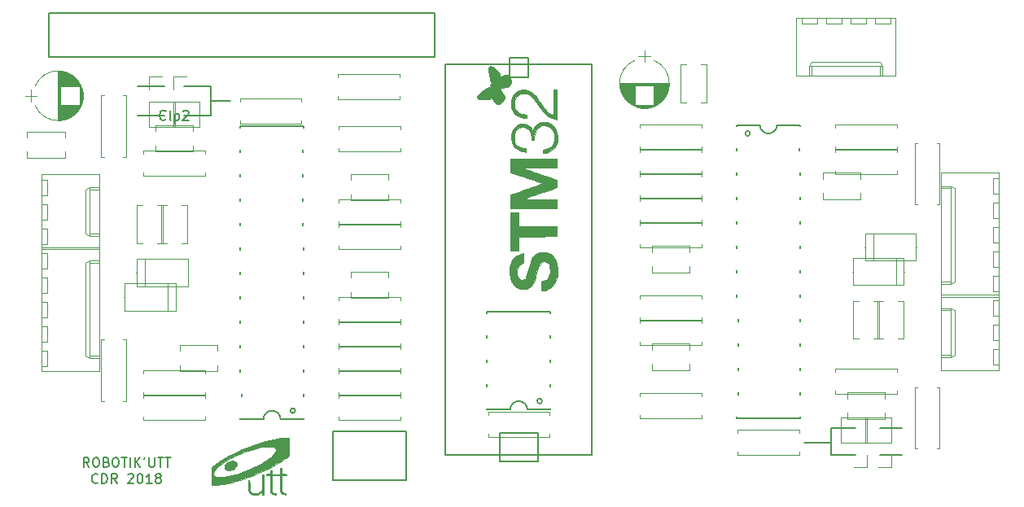
<source format=gbr>
G04 #@! TF.FileFunction,Legend,Top*
%FSLAX46Y46*%
G04 Gerber Fmt 4.6, Leading zero omitted, Abs format (unit mm)*
G04 Created by KiCad (PCBNEW 4.0.6) date 12/04/17 20:43:07*
%MOMM*%
%LPD*%
G01*
G04 APERTURE LIST*
%ADD10C,0.100000*%
%ADD11C,0.200000*%
%ADD12C,0.150000*%
%ADD13C,0.120000*%
%ADD14C,0.010000*%
G04 APERTURE END LIST*
D10*
D11*
X49022000Y-60198000D02*
X46228000Y-60198000D01*
X49022000Y-57150000D02*
X46228000Y-57150000D01*
X53848000Y-58674000D02*
X55880000Y-58674000D01*
X53848000Y-60198000D02*
X53848000Y-57150000D01*
X51054000Y-60198000D02*
X53848000Y-60198000D01*
X51054000Y-57150000D02*
X53848000Y-57150000D01*
X123444000Y-95504000D02*
X125730000Y-95504000D01*
X123444000Y-92710000D02*
X125730000Y-92710000D01*
X118364000Y-94234000D02*
X115570000Y-94234000D01*
X118364000Y-92710000D02*
X118364000Y-95504000D01*
X120904000Y-95504000D02*
X118364000Y-95504000D01*
X120904000Y-92710000D02*
X118364000Y-92710000D01*
X41204048Y-96757381D02*
X40870714Y-96281190D01*
X40632619Y-96757381D02*
X40632619Y-95757381D01*
X41013572Y-95757381D01*
X41108810Y-95805000D01*
X41156429Y-95852619D01*
X41204048Y-95947857D01*
X41204048Y-96090714D01*
X41156429Y-96185952D01*
X41108810Y-96233571D01*
X41013572Y-96281190D01*
X40632619Y-96281190D01*
X41823095Y-95757381D02*
X42013572Y-95757381D01*
X42108810Y-95805000D01*
X42204048Y-95900238D01*
X42251667Y-96090714D01*
X42251667Y-96424048D01*
X42204048Y-96614524D01*
X42108810Y-96709762D01*
X42013572Y-96757381D01*
X41823095Y-96757381D01*
X41727857Y-96709762D01*
X41632619Y-96614524D01*
X41585000Y-96424048D01*
X41585000Y-96090714D01*
X41632619Y-95900238D01*
X41727857Y-95805000D01*
X41823095Y-95757381D01*
X43013572Y-96233571D02*
X43156429Y-96281190D01*
X43204048Y-96328810D01*
X43251667Y-96424048D01*
X43251667Y-96566905D01*
X43204048Y-96662143D01*
X43156429Y-96709762D01*
X43061191Y-96757381D01*
X42680238Y-96757381D01*
X42680238Y-95757381D01*
X43013572Y-95757381D01*
X43108810Y-95805000D01*
X43156429Y-95852619D01*
X43204048Y-95947857D01*
X43204048Y-96043095D01*
X43156429Y-96138333D01*
X43108810Y-96185952D01*
X43013572Y-96233571D01*
X42680238Y-96233571D01*
X43870714Y-95757381D02*
X44061191Y-95757381D01*
X44156429Y-95805000D01*
X44251667Y-95900238D01*
X44299286Y-96090714D01*
X44299286Y-96424048D01*
X44251667Y-96614524D01*
X44156429Y-96709762D01*
X44061191Y-96757381D01*
X43870714Y-96757381D01*
X43775476Y-96709762D01*
X43680238Y-96614524D01*
X43632619Y-96424048D01*
X43632619Y-96090714D01*
X43680238Y-95900238D01*
X43775476Y-95805000D01*
X43870714Y-95757381D01*
X44585000Y-95757381D02*
X45156429Y-95757381D01*
X44870714Y-96757381D02*
X44870714Y-95757381D01*
X45489762Y-96757381D02*
X45489762Y-95757381D01*
X45965952Y-96757381D02*
X45965952Y-95757381D01*
X46537381Y-96757381D02*
X46108809Y-96185952D01*
X46537381Y-95757381D02*
X45965952Y-96328810D01*
X47013571Y-95757381D02*
X46918333Y-95947857D01*
X47442142Y-95757381D02*
X47442142Y-96566905D01*
X47489761Y-96662143D01*
X47537380Y-96709762D01*
X47632618Y-96757381D01*
X47823095Y-96757381D01*
X47918333Y-96709762D01*
X47965952Y-96662143D01*
X48013571Y-96566905D01*
X48013571Y-95757381D01*
X48346904Y-95757381D02*
X48918333Y-95757381D01*
X48632618Y-96757381D02*
X48632618Y-95757381D01*
X49108809Y-95757381D02*
X49680238Y-95757381D01*
X49394523Y-96757381D02*
X49394523Y-95757381D01*
X42108810Y-98362143D02*
X42061191Y-98409762D01*
X41918334Y-98457381D01*
X41823096Y-98457381D01*
X41680238Y-98409762D01*
X41585000Y-98314524D01*
X41537381Y-98219286D01*
X41489762Y-98028810D01*
X41489762Y-97885952D01*
X41537381Y-97695476D01*
X41585000Y-97600238D01*
X41680238Y-97505000D01*
X41823096Y-97457381D01*
X41918334Y-97457381D01*
X42061191Y-97505000D01*
X42108810Y-97552619D01*
X42537381Y-98457381D02*
X42537381Y-97457381D01*
X42775476Y-97457381D01*
X42918334Y-97505000D01*
X43013572Y-97600238D01*
X43061191Y-97695476D01*
X43108810Y-97885952D01*
X43108810Y-98028810D01*
X43061191Y-98219286D01*
X43013572Y-98314524D01*
X42918334Y-98409762D01*
X42775476Y-98457381D01*
X42537381Y-98457381D01*
X44108810Y-98457381D02*
X43775476Y-97981190D01*
X43537381Y-98457381D02*
X43537381Y-97457381D01*
X43918334Y-97457381D01*
X44013572Y-97505000D01*
X44061191Y-97552619D01*
X44108810Y-97647857D01*
X44108810Y-97790714D01*
X44061191Y-97885952D01*
X44013572Y-97933571D01*
X43918334Y-97981190D01*
X43537381Y-97981190D01*
X45251667Y-97552619D02*
X45299286Y-97505000D01*
X45394524Y-97457381D01*
X45632620Y-97457381D01*
X45727858Y-97505000D01*
X45775477Y-97552619D01*
X45823096Y-97647857D01*
X45823096Y-97743095D01*
X45775477Y-97885952D01*
X45204048Y-98457381D01*
X45823096Y-98457381D01*
X46442143Y-97457381D02*
X46537382Y-97457381D01*
X46632620Y-97505000D01*
X46680239Y-97552619D01*
X46727858Y-97647857D01*
X46775477Y-97838333D01*
X46775477Y-98076429D01*
X46727858Y-98266905D01*
X46680239Y-98362143D01*
X46632620Y-98409762D01*
X46537382Y-98457381D01*
X46442143Y-98457381D01*
X46346905Y-98409762D01*
X46299286Y-98362143D01*
X46251667Y-98266905D01*
X46204048Y-98076429D01*
X46204048Y-97838333D01*
X46251667Y-97647857D01*
X46299286Y-97552619D01*
X46346905Y-97505000D01*
X46442143Y-97457381D01*
X47727858Y-98457381D02*
X47156429Y-98457381D01*
X47442143Y-98457381D02*
X47442143Y-97457381D01*
X47346905Y-97600238D01*
X47251667Y-97695476D01*
X47156429Y-97743095D01*
X48299286Y-97885952D02*
X48204048Y-97838333D01*
X48156429Y-97790714D01*
X48108810Y-97695476D01*
X48108810Y-97647857D01*
X48156429Y-97552619D01*
X48204048Y-97505000D01*
X48299286Y-97457381D01*
X48489763Y-97457381D01*
X48585001Y-97505000D01*
X48632620Y-97552619D01*
X48680239Y-97647857D01*
X48680239Y-97695476D01*
X48632620Y-97790714D01*
X48585001Y-97838333D01*
X48489763Y-97885952D01*
X48299286Y-97885952D01*
X48204048Y-97933571D01*
X48156429Y-97981190D01*
X48108810Y-98076429D01*
X48108810Y-98266905D01*
X48156429Y-98362143D01*
X48204048Y-98409762D01*
X48299286Y-98457381D01*
X48489763Y-98457381D01*
X48585001Y-98409762D01*
X48632620Y-98362143D01*
X48680239Y-98266905D01*
X48680239Y-98076429D01*
X48632620Y-97981190D01*
X48585001Y-97933571D01*
X48489763Y-97885952D01*
D12*
X66575000Y-93045000D02*
X74195000Y-93045000D01*
X74195000Y-93045000D02*
X74195000Y-98125000D01*
X74195000Y-98125000D02*
X66575000Y-98125000D01*
X66575000Y-98125000D02*
X66575000Y-93045000D01*
D13*
X125920000Y-79500000D02*
X125920000Y-83420000D01*
X123200000Y-79500000D02*
X123200000Y-83420000D01*
X125920000Y-79500000D02*
X125310000Y-79500000D01*
X123810000Y-79500000D02*
X123200000Y-79500000D01*
X125920000Y-83420000D02*
X125310000Y-83420000D01*
X123810000Y-83420000D02*
X123200000Y-83420000D01*
X46165000Y-73435000D02*
X46165000Y-69515000D01*
X48885000Y-73435000D02*
X48885000Y-69515000D01*
X46165000Y-73435000D02*
X46775000Y-73435000D01*
X48275000Y-73435000D02*
X48885000Y-73435000D01*
X46165000Y-69515000D02*
X46775000Y-69515000D01*
X48275000Y-69515000D02*
X48885000Y-69515000D01*
X123380000Y-79500000D02*
X123380000Y-83420000D01*
X120660000Y-79500000D02*
X120660000Y-83420000D01*
X123380000Y-79500000D02*
X122770000Y-79500000D01*
X121270000Y-79500000D02*
X120660000Y-79500000D01*
X123380000Y-83420000D02*
X122770000Y-83420000D01*
X121270000Y-83420000D02*
X120660000Y-83420000D01*
X48705000Y-73435000D02*
X48705000Y-69515000D01*
X51425000Y-73435000D02*
X51425000Y-69515000D01*
X48705000Y-73435000D02*
X49315000Y-73435000D01*
X50815000Y-73435000D02*
X51425000Y-73435000D01*
X48705000Y-69515000D02*
X49315000Y-69515000D01*
X50815000Y-69515000D02*
X51425000Y-69515000D01*
X124000000Y-91730000D02*
X120080000Y-91730000D01*
X124000000Y-89010000D02*
X120080000Y-89010000D01*
X124000000Y-91730000D02*
X124000000Y-91120000D01*
X124000000Y-89620000D02*
X124000000Y-89010000D01*
X120080000Y-91730000D02*
X120080000Y-91120000D01*
X120080000Y-89620000D02*
X120080000Y-89010000D01*
X48085000Y-61205000D02*
X52005000Y-61205000D01*
X48085000Y-63925000D02*
X52005000Y-63925000D01*
X48085000Y-61205000D02*
X48085000Y-61815000D01*
X48085000Y-63315000D02*
X48085000Y-63925000D01*
X52005000Y-61205000D02*
X52005000Y-61815000D01*
X52005000Y-63315000D02*
X52005000Y-63925000D01*
X103680000Y-76490000D02*
X99760000Y-76490000D01*
X103680000Y-73770000D02*
X99760000Y-73770000D01*
X103680000Y-76490000D02*
X103680000Y-75880000D01*
X103680000Y-74380000D02*
X103680000Y-73770000D01*
X99760000Y-76490000D02*
X99760000Y-75880000D01*
X99760000Y-74380000D02*
X99760000Y-73770000D01*
X68405000Y-76445000D02*
X72325000Y-76445000D01*
X68405000Y-79165000D02*
X72325000Y-79165000D01*
X68405000Y-76445000D02*
X68405000Y-77055000D01*
X68405000Y-78555000D02*
X68405000Y-79165000D01*
X72325000Y-76445000D02*
X72325000Y-77055000D01*
X72325000Y-78555000D02*
X72325000Y-79165000D01*
X121460000Y-68870000D02*
X117540000Y-68870000D01*
X121460000Y-66150000D02*
X117540000Y-66150000D01*
X121460000Y-68870000D02*
X121460000Y-68260000D01*
X121460000Y-66760000D02*
X121460000Y-66150000D01*
X117540000Y-68870000D02*
X117540000Y-68260000D01*
X117540000Y-66760000D02*
X117540000Y-66150000D01*
X50625000Y-84065000D02*
X54545000Y-84065000D01*
X50625000Y-86785000D02*
X54545000Y-86785000D01*
X50625000Y-84065000D02*
X50625000Y-84675000D01*
X50625000Y-86175000D02*
X50625000Y-86785000D01*
X54545000Y-84065000D02*
X54545000Y-84675000D01*
X54545000Y-86175000D02*
X54545000Y-86785000D01*
X103680000Y-86650000D02*
X99760000Y-86650000D01*
X103680000Y-83930000D02*
X99760000Y-83930000D01*
X103680000Y-86650000D02*
X103680000Y-86040000D01*
X103680000Y-84540000D02*
X103680000Y-83930000D01*
X99760000Y-86650000D02*
X99760000Y-86040000D01*
X99760000Y-84540000D02*
X99760000Y-83930000D01*
X68405000Y-66285000D02*
X72325000Y-66285000D01*
X68405000Y-69005000D02*
X72325000Y-69005000D01*
X68405000Y-66285000D02*
X68405000Y-66895000D01*
X68405000Y-68395000D02*
X68405000Y-69005000D01*
X72325000Y-66285000D02*
X72325000Y-66895000D01*
X72325000Y-68395000D02*
X72325000Y-69005000D01*
X37980000Y-55570000D02*
X37980000Y-60670000D01*
X38020000Y-55570000D02*
X38020000Y-60670000D01*
X38060000Y-55571000D02*
X38060000Y-60669000D01*
X38100000Y-55572000D02*
X38100000Y-60668000D01*
X38140000Y-55574000D02*
X38140000Y-60666000D01*
X38180000Y-55577000D02*
X38180000Y-60663000D01*
X38220000Y-55581000D02*
X38220000Y-60659000D01*
X38260000Y-55585000D02*
X38260000Y-57140000D01*
X38260000Y-59100000D02*
X38260000Y-60655000D01*
X38300000Y-55589000D02*
X38300000Y-57140000D01*
X38300000Y-59100000D02*
X38300000Y-60651000D01*
X38340000Y-55595000D02*
X38340000Y-57140000D01*
X38340000Y-59100000D02*
X38340000Y-60645000D01*
X38380000Y-55601000D02*
X38380000Y-57140000D01*
X38380000Y-59100000D02*
X38380000Y-60639000D01*
X38420000Y-55607000D02*
X38420000Y-57140000D01*
X38420000Y-59100000D02*
X38420000Y-60633000D01*
X38460000Y-55614000D02*
X38460000Y-57140000D01*
X38460000Y-59100000D02*
X38460000Y-60626000D01*
X38500000Y-55622000D02*
X38500000Y-57140000D01*
X38500000Y-59100000D02*
X38500000Y-60618000D01*
X38540000Y-55631000D02*
X38540000Y-57140000D01*
X38540000Y-59100000D02*
X38540000Y-60609000D01*
X38580000Y-55640000D02*
X38580000Y-57140000D01*
X38580000Y-59100000D02*
X38580000Y-60600000D01*
X38620000Y-55650000D02*
X38620000Y-57140000D01*
X38620000Y-59100000D02*
X38620000Y-60590000D01*
X38660000Y-55660000D02*
X38660000Y-57140000D01*
X38660000Y-59100000D02*
X38660000Y-60580000D01*
X38701000Y-55672000D02*
X38701000Y-57140000D01*
X38701000Y-59100000D02*
X38701000Y-60568000D01*
X38741000Y-55684000D02*
X38741000Y-57140000D01*
X38741000Y-59100000D02*
X38741000Y-60556000D01*
X38781000Y-55696000D02*
X38781000Y-57140000D01*
X38781000Y-59100000D02*
X38781000Y-60544000D01*
X38821000Y-55710000D02*
X38821000Y-57140000D01*
X38821000Y-59100000D02*
X38821000Y-60530000D01*
X38861000Y-55724000D02*
X38861000Y-57140000D01*
X38861000Y-59100000D02*
X38861000Y-60516000D01*
X38901000Y-55738000D02*
X38901000Y-57140000D01*
X38901000Y-59100000D02*
X38901000Y-60502000D01*
X38941000Y-55754000D02*
X38941000Y-57140000D01*
X38941000Y-59100000D02*
X38941000Y-60486000D01*
X38981000Y-55770000D02*
X38981000Y-57140000D01*
X38981000Y-59100000D02*
X38981000Y-60470000D01*
X39021000Y-55787000D02*
X39021000Y-57140000D01*
X39021000Y-59100000D02*
X39021000Y-60453000D01*
X39061000Y-55805000D02*
X39061000Y-57140000D01*
X39061000Y-59100000D02*
X39061000Y-60435000D01*
X39101000Y-55824000D02*
X39101000Y-57140000D01*
X39101000Y-59100000D02*
X39101000Y-60416000D01*
X39141000Y-55844000D02*
X39141000Y-57140000D01*
X39141000Y-59100000D02*
X39141000Y-60396000D01*
X39181000Y-55864000D02*
X39181000Y-57140000D01*
X39181000Y-59100000D02*
X39181000Y-60376000D01*
X39221000Y-55886000D02*
X39221000Y-57140000D01*
X39221000Y-59100000D02*
X39221000Y-60354000D01*
X39261000Y-55908000D02*
X39261000Y-57140000D01*
X39261000Y-59100000D02*
X39261000Y-60332000D01*
X39301000Y-55931000D02*
X39301000Y-57140000D01*
X39301000Y-59100000D02*
X39301000Y-60309000D01*
X39341000Y-55955000D02*
X39341000Y-57140000D01*
X39341000Y-59100000D02*
X39341000Y-60285000D01*
X39381000Y-55980000D02*
X39381000Y-57140000D01*
X39381000Y-59100000D02*
X39381000Y-60260000D01*
X39421000Y-56007000D02*
X39421000Y-57140000D01*
X39421000Y-59100000D02*
X39421000Y-60233000D01*
X39461000Y-56034000D02*
X39461000Y-57140000D01*
X39461000Y-59100000D02*
X39461000Y-60206000D01*
X39501000Y-56062000D02*
X39501000Y-57140000D01*
X39501000Y-59100000D02*
X39501000Y-60178000D01*
X39541000Y-56092000D02*
X39541000Y-57140000D01*
X39541000Y-59100000D02*
X39541000Y-60148000D01*
X39581000Y-56123000D02*
X39581000Y-57140000D01*
X39581000Y-59100000D02*
X39581000Y-60117000D01*
X39621000Y-56155000D02*
X39621000Y-57140000D01*
X39621000Y-59100000D02*
X39621000Y-60085000D01*
X39661000Y-56188000D02*
X39661000Y-57140000D01*
X39661000Y-59100000D02*
X39661000Y-60052000D01*
X39701000Y-56223000D02*
X39701000Y-57140000D01*
X39701000Y-59100000D02*
X39701000Y-60017000D01*
X39741000Y-56259000D02*
X39741000Y-57140000D01*
X39741000Y-59100000D02*
X39741000Y-59981000D01*
X39781000Y-56297000D02*
X39781000Y-57140000D01*
X39781000Y-59100000D02*
X39781000Y-59943000D01*
X39821000Y-56337000D02*
X39821000Y-57140000D01*
X39821000Y-59100000D02*
X39821000Y-59903000D01*
X39861000Y-56378000D02*
X39861000Y-57140000D01*
X39861000Y-59100000D02*
X39861000Y-59862000D01*
X39901000Y-56421000D02*
X39901000Y-57140000D01*
X39901000Y-59100000D02*
X39901000Y-59819000D01*
X39941000Y-56466000D02*
X39941000Y-57140000D01*
X39941000Y-59100000D02*
X39941000Y-59774000D01*
X39981000Y-56514000D02*
X39981000Y-57140000D01*
X39981000Y-59100000D02*
X39981000Y-59726000D01*
X40021000Y-56564000D02*
X40021000Y-57140000D01*
X40021000Y-59100000D02*
X40021000Y-59676000D01*
X40061000Y-56616000D02*
X40061000Y-57140000D01*
X40061000Y-59100000D02*
X40061000Y-59624000D01*
X40101000Y-56672000D02*
X40101000Y-57140000D01*
X40101000Y-59100000D02*
X40101000Y-59568000D01*
X40141000Y-56730000D02*
X40141000Y-57140000D01*
X40141000Y-59100000D02*
X40141000Y-59510000D01*
X40181000Y-56793000D02*
X40181000Y-57140000D01*
X40181000Y-59100000D02*
X40181000Y-59447000D01*
X40221000Y-56859000D02*
X40221000Y-59381000D01*
X40261000Y-56931000D02*
X40261000Y-59309000D01*
X40301000Y-57008000D02*
X40301000Y-59232000D01*
X40341000Y-57092000D02*
X40341000Y-59148000D01*
X40381000Y-57186000D02*
X40381000Y-59054000D01*
X40421000Y-57291000D02*
X40421000Y-58949000D01*
X40461000Y-57413000D02*
X40461000Y-58827000D01*
X40501000Y-57561000D02*
X40501000Y-58679000D01*
X40541000Y-57766000D02*
X40541000Y-58474000D01*
X34530000Y-58120000D02*
X35730000Y-58120000D01*
X35130000Y-57470000D02*
X35130000Y-58770000D01*
X40376863Y-57138600D02*
G75*
G03X35582564Y-57140000I-2396863J-981400D01*
G01*
X40376863Y-59101400D02*
G75*
G02X35582564Y-59100000I-2396863J981400D01*
G01*
X40376863Y-59101400D02*
G75*
G03X40377436Y-57140000I-2396863J981400D01*
G01*
X125950000Y-77810000D02*
X125950000Y-74990000D01*
X125950000Y-74990000D02*
X120630000Y-74990000D01*
X120630000Y-74990000D02*
X120630000Y-77810000D01*
X120630000Y-77810000D02*
X125950000Y-77810000D01*
X126020000Y-76400000D02*
X125950000Y-76400000D01*
X120560000Y-76400000D02*
X120630000Y-76400000D01*
X125110000Y-77810000D02*
X125110000Y-74990000D01*
X46135000Y-75125000D02*
X46135000Y-77945000D01*
X46135000Y-77945000D02*
X51455000Y-77945000D01*
X51455000Y-77945000D02*
X51455000Y-75125000D01*
X51455000Y-75125000D02*
X46135000Y-75125000D01*
X46065000Y-76535000D02*
X46135000Y-76535000D01*
X51525000Y-76535000D02*
X51455000Y-76535000D01*
X46975000Y-75125000D02*
X46975000Y-77945000D01*
X121900000Y-72450000D02*
X121900000Y-75270000D01*
X121900000Y-75270000D02*
X127220000Y-75270000D01*
X127220000Y-75270000D02*
X127220000Y-72450000D01*
X127220000Y-72450000D02*
X121900000Y-72450000D01*
X121830000Y-73860000D02*
X121900000Y-73860000D01*
X127290000Y-73860000D02*
X127220000Y-73860000D01*
X122740000Y-72450000D02*
X122740000Y-75270000D01*
X50185000Y-80485000D02*
X50185000Y-77665000D01*
X50185000Y-77665000D02*
X44865000Y-77665000D01*
X44865000Y-77665000D02*
X44865000Y-80485000D01*
X44865000Y-80485000D02*
X50185000Y-80485000D01*
X50255000Y-79075000D02*
X50185000Y-79075000D01*
X44795000Y-79075000D02*
X44865000Y-79075000D01*
X49345000Y-80485000D02*
X49345000Y-77665000D01*
X135835000Y-66140000D02*
X129835000Y-66140000D01*
X129835000Y-66140000D02*
X129835000Y-79040000D01*
X129835000Y-79040000D02*
X135835000Y-79040000D01*
X135835000Y-79040000D02*
X135835000Y-66140000D01*
X129835000Y-67510000D02*
X130835000Y-67510000D01*
X130835000Y-67510000D02*
X130835000Y-77670000D01*
X130835000Y-77670000D02*
X129835000Y-77670000D01*
X130835000Y-67510000D02*
X131265000Y-67760000D01*
X131265000Y-67760000D02*
X131265000Y-77420000D01*
X131265000Y-77420000D02*
X130835000Y-77670000D01*
X129835000Y-67760000D02*
X130835000Y-67760000D01*
X129835000Y-77420000D02*
X130835000Y-77420000D01*
X135835000Y-66710000D02*
X135215000Y-66710000D01*
X135215000Y-66710000D02*
X135215000Y-68310000D01*
X135215000Y-68310000D02*
X135835000Y-68310000D01*
X135835000Y-69250000D02*
X135215000Y-69250000D01*
X135215000Y-69250000D02*
X135215000Y-70850000D01*
X135215000Y-70850000D02*
X135835000Y-70850000D01*
X135835000Y-71790000D02*
X135215000Y-71790000D01*
X135215000Y-71790000D02*
X135215000Y-73390000D01*
X135215000Y-73390000D02*
X135835000Y-73390000D01*
X135835000Y-74330000D02*
X135215000Y-74330000D01*
X135215000Y-74330000D02*
X135215000Y-75930000D01*
X135215000Y-75930000D02*
X135835000Y-75930000D01*
X135835000Y-76870000D02*
X135215000Y-76870000D01*
X135215000Y-76870000D02*
X135215000Y-78470000D01*
X135215000Y-78470000D02*
X135835000Y-78470000D01*
X36250000Y-86795000D02*
X42250000Y-86795000D01*
X42250000Y-86795000D02*
X42250000Y-73895000D01*
X42250000Y-73895000D02*
X36250000Y-73895000D01*
X36250000Y-73895000D02*
X36250000Y-86795000D01*
X42250000Y-85425000D02*
X41250000Y-85425000D01*
X41250000Y-85425000D02*
X41250000Y-75265000D01*
X41250000Y-75265000D02*
X42250000Y-75265000D01*
X41250000Y-85425000D02*
X40820000Y-85175000D01*
X40820000Y-85175000D02*
X40820000Y-75515000D01*
X40820000Y-75515000D02*
X41250000Y-75265000D01*
X42250000Y-85175000D02*
X41250000Y-85175000D01*
X42250000Y-75515000D02*
X41250000Y-75515000D01*
X36250000Y-86225000D02*
X36870000Y-86225000D01*
X36870000Y-86225000D02*
X36870000Y-84625000D01*
X36870000Y-84625000D02*
X36250000Y-84625000D01*
X36250000Y-83685000D02*
X36870000Y-83685000D01*
X36870000Y-83685000D02*
X36870000Y-82085000D01*
X36870000Y-82085000D02*
X36250000Y-82085000D01*
X36250000Y-81145000D02*
X36870000Y-81145000D01*
X36870000Y-81145000D02*
X36870000Y-79545000D01*
X36870000Y-79545000D02*
X36250000Y-79545000D01*
X36250000Y-78605000D02*
X36870000Y-78605000D01*
X36870000Y-78605000D02*
X36870000Y-77005000D01*
X36870000Y-77005000D02*
X36250000Y-77005000D01*
X36250000Y-76065000D02*
X36870000Y-76065000D01*
X36870000Y-76065000D02*
X36870000Y-74465000D01*
X36870000Y-74465000D02*
X36250000Y-74465000D01*
X135835000Y-78840000D02*
X129835000Y-78840000D01*
X129835000Y-78840000D02*
X129835000Y-86660000D01*
X129835000Y-86660000D02*
X135835000Y-86660000D01*
X135835000Y-86660000D02*
X135835000Y-78840000D01*
X129835000Y-80210000D02*
X130835000Y-80210000D01*
X130835000Y-80210000D02*
X130835000Y-85290000D01*
X130835000Y-85290000D02*
X129835000Y-85290000D01*
X130835000Y-80210000D02*
X131265000Y-80460000D01*
X131265000Y-80460000D02*
X131265000Y-85040000D01*
X131265000Y-85040000D02*
X130835000Y-85290000D01*
X129835000Y-80460000D02*
X130835000Y-80460000D01*
X129835000Y-85040000D02*
X130835000Y-85040000D01*
X135835000Y-79410000D02*
X135215000Y-79410000D01*
X135215000Y-79410000D02*
X135215000Y-81010000D01*
X135215000Y-81010000D02*
X135835000Y-81010000D01*
X135835000Y-81950000D02*
X135215000Y-81950000D01*
X135215000Y-81950000D02*
X135215000Y-83550000D01*
X135215000Y-83550000D02*
X135835000Y-83550000D01*
X135835000Y-84490000D02*
X135215000Y-84490000D01*
X135215000Y-84490000D02*
X135215000Y-86090000D01*
X135215000Y-86090000D02*
X135835000Y-86090000D01*
X36250000Y-74095000D02*
X42250000Y-74095000D01*
X42250000Y-74095000D02*
X42250000Y-66275000D01*
X42250000Y-66275000D02*
X36250000Y-66275000D01*
X36250000Y-66275000D02*
X36250000Y-74095000D01*
X42250000Y-72725000D02*
X41250000Y-72725000D01*
X41250000Y-72725000D02*
X41250000Y-67645000D01*
X41250000Y-67645000D02*
X42250000Y-67645000D01*
X41250000Y-72725000D02*
X40820000Y-72475000D01*
X40820000Y-72475000D02*
X40820000Y-67895000D01*
X40820000Y-67895000D02*
X41250000Y-67645000D01*
X42250000Y-72475000D02*
X41250000Y-72475000D01*
X42250000Y-67895000D02*
X41250000Y-67895000D01*
X36250000Y-73525000D02*
X36870000Y-73525000D01*
X36870000Y-73525000D02*
X36870000Y-71925000D01*
X36870000Y-71925000D02*
X36250000Y-71925000D01*
X36250000Y-70985000D02*
X36870000Y-70985000D01*
X36870000Y-70985000D02*
X36870000Y-69385000D01*
X36870000Y-69385000D02*
X36250000Y-69385000D01*
X36250000Y-68445000D02*
X36870000Y-68445000D01*
X36870000Y-68445000D02*
X36870000Y-66845000D01*
X36870000Y-66845000D02*
X36250000Y-66845000D01*
X104910000Y-81190000D02*
X104910000Y-81520000D01*
X104910000Y-81520000D02*
X98490000Y-81520000D01*
X98490000Y-81520000D02*
X98490000Y-81190000D01*
X104910000Y-79230000D02*
X104910000Y-78900000D01*
X104910000Y-78900000D02*
X98490000Y-78900000D01*
X98490000Y-78900000D02*
X98490000Y-79230000D01*
X67175000Y-71745000D02*
X67175000Y-71415000D01*
X67175000Y-71415000D02*
X73595000Y-71415000D01*
X73595000Y-71415000D02*
X73595000Y-71745000D01*
X67175000Y-73705000D02*
X67175000Y-74035000D01*
X67175000Y-74035000D02*
X73595000Y-74035000D01*
X73595000Y-74035000D02*
X73595000Y-73705000D01*
X118810000Y-86850000D02*
X118810000Y-86520000D01*
X118810000Y-86520000D02*
X125230000Y-86520000D01*
X125230000Y-86520000D02*
X125230000Y-86850000D01*
X118810000Y-88810000D02*
X118810000Y-89140000D01*
X118810000Y-89140000D02*
X125230000Y-89140000D01*
X125230000Y-89140000D02*
X125230000Y-88810000D01*
X53275000Y-66085000D02*
X53275000Y-66415000D01*
X53275000Y-66415000D02*
X46855000Y-66415000D01*
X46855000Y-66415000D02*
X46855000Y-66085000D01*
X53275000Y-64125000D02*
X53275000Y-63795000D01*
X53275000Y-63795000D02*
X46855000Y-63795000D01*
X46855000Y-63795000D02*
X46855000Y-64125000D01*
X129350000Y-88430000D02*
X129680000Y-88430000D01*
X129680000Y-88430000D02*
X129680000Y-94850000D01*
X129680000Y-94850000D02*
X129350000Y-94850000D01*
X127390000Y-88430000D02*
X127060000Y-88430000D01*
X127060000Y-88430000D02*
X127060000Y-94850000D01*
X127060000Y-94850000D02*
X127390000Y-94850000D01*
X44695000Y-58085000D02*
X45025000Y-58085000D01*
X45025000Y-58085000D02*
X45025000Y-64505000D01*
X45025000Y-64505000D02*
X44695000Y-64505000D01*
X42735000Y-58085000D02*
X42405000Y-58085000D01*
X42405000Y-58085000D02*
X42405000Y-64505000D01*
X42405000Y-64505000D02*
X42735000Y-64505000D01*
X104910000Y-91350000D02*
X104910000Y-91680000D01*
X104910000Y-91680000D02*
X98490000Y-91680000D01*
X98490000Y-91680000D02*
X98490000Y-91350000D01*
X104910000Y-89390000D02*
X104910000Y-89060000D01*
X104910000Y-89060000D02*
X98490000Y-89060000D01*
X98490000Y-89060000D02*
X98490000Y-89390000D01*
X67175000Y-61585000D02*
X67175000Y-61255000D01*
X67175000Y-61255000D02*
X73595000Y-61255000D01*
X73595000Y-61255000D02*
X73595000Y-61585000D01*
X67175000Y-63545000D02*
X67175000Y-63875000D01*
X67175000Y-63875000D02*
X73595000Y-63875000D01*
X73595000Y-63875000D02*
X73595000Y-63545000D01*
X98490000Y-61450000D02*
X98490000Y-61120000D01*
X98490000Y-61120000D02*
X104910000Y-61120000D01*
X104910000Y-61120000D02*
X104910000Y-61450000D01*
X98490000Y-63410000D02*
X98490000Y-63740000D01*
X98490000Y-63740000D02*
X104910000Y-63740000D01*
X104910000Y-63740000D02*
X104910000Y-63410000D01*
X73595000Y-91485000D02*
X73595000Y-91815000D01*
X73595000Y-91815000D02*
X67175000Y-91815000D01*
X67175000Y-91815000D02*
X67175000Y-91485000D01*
X73595000Y-89525000D02*
X73595000Y-89195000D01*
X73595000Y-89195000D02*
X67175000Y-89195000D01*
X67175000Y-89195000D02*
X67175000Y-89525000D01*
X125230000Y-65950000D02*
X125230000Y-66280000D01*
X125230000Y-66280000D02*
X118810000Y-66280000D01*
X118810000Y-66280000D02*
X118810000Y-65950000D01*
X125230000Y-63990000D02*
X125230000Y-63660000D01*
X125230000Y-63660000D02*
X118810000Y-63660000D01*
X118810000Y-63660000D02*
X118810000Y-63990000D01*
X46855000Y-86985000D02*
X46855000Y-86655000D01*
X46855000Y-86655000D02*
X53275000Y-86655000D01*
X53275000Y-86655000D02*
X53275000Y-86985000D01*
X46855000Y-88945000D02*
X46855000Y-89275000D01*
X46855000Y-89275000D02*
X53275000Y-89275000D01*
X53275000Y-89275000D02*
X53275000Y-88945000D01*
X125230000Y-63410000D02*
X125230000Y-63740000D01*
X125230000Y-63740000D02*
X118810000Y-63740000D01*
X118810000Y-63740000D02*
X118810000Y-63410000D01*
X125230000Y-61450000D02*
X125230000Y-61120000D01*
X125230000Y-61120000D02*
X118810000Y-61120000D01*
X118810000Y-61120000D02*
X118810000Y-61450000D01*
X46855000Y-89525000D02*
X46855000Y-89195000D01*
X46855000Y-89195000D02*
X53275000Y-89195000D01*
X53275000Y-89195000D02*
X53275000Y-89525000D01*
X46855000Y-91485000D02*
X46855000Y-91815000D01*
X46855000Y-91815000D02*
X53275000Y-91815000D01*
X53275000Y-91815000D02*
X53275000Y-91485000D01*
X108650000Y-93200000D02*
X108650000Y-92870000D01*
X108650000Y-92870000D02*
X115070000Y-92870000D01*
X115070000Y-92870000D02*
X115070000Y-93200000D01*
X108650000Y-95160000D02*
X108650000Y-95490000D01*
X108650000Y-95490000D02*
X115070000Y-95490000D01*
X115070000Y-95490000D02*
X115070000Y-95160000D01*
X63300000Y-60680000D02*
X63300000Y-61010000D01*
X63300000Y-61010000D02*
X56880000Y-61010000D01*
X56880000Y-61010000D02*
X56880000Y-60680000D01*
X63300000Y-58720000D02*
X63300000Y-58390000D01*
X63300000Y-58390000D02*
X56880000Y-58390000D01*
X56880000Y-58390000D02*
X56880000Y-58720000D01*
X104910000Y-73570000D02*
X104910000Y-73900000D01*
X104910000Y-73900000D02*
X98490000Y-73900000D01*
X98490000Y-73900000D02*
X98490000Y-73570000D01*
X104910000Y-71610000D02*
X104910000Y-71280000D01*
X104910000Y-71280000D02*
X98490000Y-71280000D01*
X98490000Y-71280000D02*
X98490000Y-71610000D01*
X67175000Y-79365000D02*
X67175000Y-79035000D01*
X67175000Y-79035000D02*
X73595000Y-79035000D01*
X73595000Y-79035000D02*
X73595000Y-79365000D01*
X67175000Y-81325000D02*
X67175000Y-81655000D01*
X67175000Y-81655000D02*
X73595000Y-81655000D01*
X73595000Y-81655000D02*
X73595000Y-81325000D01*
X127390000Y-69450000D02*
X127060000Y-69450000D01*
X127060000Y-69450000D02*
X127060000Y-63030000D01*
X127060000Y-63030000D02*
X127390000Y-63030000D01*
X129350000Y-69450000D02*
X129680000Y-69450000D01*
X129680000Y-69450000D02*
X129680000Y-63030000D01*
X129680000Y-63030000D02*
X129350000Y-63030000D01*
X44695000Y-83485000D02*
X45025000Y-83485000D01*
X45025000Y-83485000D02*
X45025000Y-89905000D01*
X45025000Y-89905000D02*
X44695000Y-89905000D01*
X42735000Y-83485000D02*
X42405000Y-83485000D01*
X42405000Y-83485000D02*
X42405000Y-89905000D01*
X42405000Y-89905000D02*
X42735000Y-89905000D01*
X104910000Y-83730000D02*
X104910000Y-84060000D01*
X104910000Y-84060000D02*
X98490000Y-84060000D01*
X98490000Y-84060000D02*
X98490000Y-83730000D01*
X104910000Y-81770000D02*
X104910000Y-81440000D01*
X104910000Y-81440000D02*
X98490000Y-81440000D01*
X98490000Y-81440000D02*
X98490000Y-81770000D01*
X67175000Y-69205000D02*
X67175000Y-68875000D01*
X67175000Y-68875000D02*
X73595000Y-68875000D01*
X73595000Y-68875000D02*
X73595000Y-69205000D01*
X67175000Y-71165000D02*
X67175000Y-71495000D01*
X67175000Y-71495000D02*
X73595000Y-71495000D01*
X73595000Y-71495000D02*
X73595000Y-71165000D01*
X98490000Y-69070000D02*
X98490000Y-68740000D01*
X98490000Y-68740000D02*
X104910000Y-68740000D01*
X104910000Y-68740000D02*
X104910000Y-69070000D01*
X98490000Y-71030000D02*
X98490000Y-71360000D01*
X98490000Y-71360000D02*
X104910000Y-71360000D01*
X104910000Y-71360000D02*
X104910000Y-71030000D01*
X73595000Y-83865000D02*
X73595000Y-84195000D01*
X73595000Y-84195000D02*
X67175000Y-84195000D01*
X67175000Y-84195000D02*
X67175000Y-83865000D01*
X73595000Y-81905000D02*
X73595000Y-81575000D01*
X73595000Y-81575000D02*
X67175000Y-81575000D01*
X67175000Y-81575000D02*
X67175000Y-81905000D01*
X98490000Y-66530000D02*
X98490000Y-66200000D01*
X98490000Y-66200000D02*
X104910000Y-66200000D01*
X104910000Y-66200000D02*
X104910000Y-66530000D01*
X98490000Y-68490000D02*
X98490000Y-68820000D01*
X98490000Y-68820000D02*
X104910000Y-68820000D01*
X104910000Y-68820000D02*
X104910000Y-68490000D01*
X73595000Y-86405000D02*
X73595000Y-86735000D01*
X73595000Y-86735000D02*
X67175000Y-86735000D01*
X67175000Y-86735000D02*
X67175000Y-86405000D01*
X73595000Y-84445000D02*
X73595000Y-84115000D01*
X73595000Y-84115000D02*
X67175000Y-84115000D01*
X67175000Y-84115000D02*
X67175000Y-84445000D01*
X98490000Y-63990000D02*
X98490000Y-63660000D01*
X98490000Y-63660000D02*
X104910000Y-63660000D01*
X104910000Y-63660000D02*
X104910000Y-63990000D01*
X98490000Y-65950000D02*
X98490000Y-66280000D01*
X98490000Y-66280000D02*
X104910000Y-66280000D01*
X104910000Y-66280000D02*
X104910000Y-65950000D01*
X73595000Y-88945000D02*
X73595000Y-89275000D01*
X73595000Y-89275000D02*
X67175000Y-89275000D01*
X67175000Y-89275000D02*
X67175000Y-88945000D01*
X73595000Y-86985000D02*
X73595000Y-86655000D01*
X73595000Y-86655000D02*
X67175000Y-86655000D01*
X67175000Y-86655000D02*
X67175000Y-86985000D01*
X101510000Y-56830000D02*
X96410000Y-56830000D01*
X101510000Y-56870000D02*
X96410000Y-56870000D01*
X101509000Y-56910000D02*
X96411000Y-56910000D01*
X101508000Y-56950000D02*
X96412000Y-56950000D01*
X101506000Y-56990000D02*
X96414000Y-56990000D01*
X101503000Y-57030000D02*
X96417000Y-57030000D01*
X101499000Y-57070000D02*
X96421000Y-57070000D01*
X101495000Y-57110000D02*
X99940000Y-57110000D01*
X97980000Y-57110000D02*
X96425000Y-57110000D01*
X101491000Y-57150000D02*
X99940000Y-57150000D01*
X97980000Y-57150000D02*
X96429000Y-57150000D01*
X101485000Y-57190000D02*
X99940000Y-57190000D01*
X97980000Y-57190000D02*
X96435000Y-57190000D01*
X101479000Y-57230000D02*
X99940000Y-57230000D01*
X97980000Y-57230000D02*
X96441000Y-57230000D01*
X101473000Y-57270000D02*
X99940000Y-57270000D01*
X97980000Y-57270000D02*
X96447000Y-57270000D01*
X101466000Y-57310000D02*
X99940000Y-57310000D01*
X97980000Y-57310000D02*
X96454000Y-57310000D01*
X101458000Y-57350000D02*
X99940000Y-57350000D01*
X97980000Y-57350000D02*
X96462000Y-57350000D01*
X101449000Y-57390000D02*
X99940000Y-57390000D01*
X97980000Y-57390000D02*
X96471000Y-57390000D01*
X101440000Y-57430000D02*
X99940000Y-57430000D01*
X97980000Y-57430000D02*
X96480000Y-57430000D01*
X101430000Y-57470000D02*
X99940000Y-57470000D01*
X97980000Y-57470000D02*
X96490000Y-57470000D01*
X101420000Y-57510000D02*
X99940000Y-57510000D01*
X97980000Y-57510000D02*
X96500000Y-57510000D01*
X101408000Y-57551000D02*
X99940000Y-57551000D01*
X97980000Y-57551000D02*
X96512000Y-57551000D01*
X101396000Y-57591000D02*
X99940000Y-57591000D01*
X97980000Y-57591000D02*
X96524000Y-57591000D01*
X101384000Y-57631000D02*
X99940000Y-57631000D01*
X97980000Y-57631000D02*
X96536000Y-57631000D01*
X101370000Y-57671000D02*
X99940000Y-57671000D01*
X97980000Y-57671000D02*
X96550000Y-57671000D01*
X101356000Y-57711000D02*
X99940000Y-57711000D01*
X97980000Y-57711000D02*
X96564000Y-57711000D01*
X101342000Y-57751000D02*
X99940000Y-57751000D01*
X97980000Y-57751000D02*
X96578000Y-57751000D01*
X101326000Y-57791000D02*
X99940000Y-57791000D01*
X97980000Y-57791000D02*
X96594000Y-57791000D01*
X101310000Y-57831000D02*
X99940000Y-57831000D01*
X97980000Y-57831000D02*
X96610000Y-57831000D01*
X101293000Y-57871000D02*
X99940000Y-57871000D01*
X97980000Y-57871000D02*
X96627000Y-57871000D01*
X101275000Y-57911000D02*
X99940000Y-57911000D01*
X97980000Y-57911000D02*
X96645000Y-57911000D01*
X101256000Y-57951000D02*
X99940000Y-57951000D01*
X97980000Y-57951000D02*
X96664000Y-57951000D01*
X101236000Y-57991000D02*
X99940000Y-57991000D01*
X97980000Y-57991000D02*
X96684000Y-57991000D01*
X101216000Y-58031000D02*
X99940000Y-58031000D01*
X97980000Y-58031000D02*
X96704000Y-58031000D01*
X101194000Y-58071000D02*
X99940000Y-58071000D01*
X97980000Y-58071000D02*
X96726000Y-58071000D01*
X101172000Y-58111000D02*
X99940000Y-58111000D01*
X97980000Y-58111000D02*
X96748000Y-58111000D01*
X101149000Y-58151000D02*
X99940000Y-58151000D01*
X97980000Y-58151000D02*
X96771000Y-58151000D01*
X101125000Y-58191000D02*
X99940000Y-58191000D01*
X97980000Y-58191000D02*
X96795000Y-58191000D01*
X101100000Y-58231000D02*
X99940000Y-58231000D01*
X97980000Y-58231000D02*
X96820000Y-58231000D01*
X101073000Y-58271000D02*
X99940000Y-58271000D01*
X97980000Y-58271000D02*
X96847000Y-58271000D01*
X101046000Y-58311000D02*
X99940000Y-58311000D01*
X97980000Y-58311000D02*
X96874000Y-58311000D01*
X101018000Y-58351000D02*
X99940000Y-58351000D01*
X97980000Y-58351000D02*
X96902000Y-58351000D01*
X100988000Y-58391000D02*
X99940000Y-58391000D01*
X97980000Y-58391000D02*
X96932000Y-58391000D01*
X100957000Y-58431000D02*
X99940000Y-58431000D01*
X97980000Y-58431000D02*
X96963000Y-58431000D01*
X100925000Y-58471000D02*
X99940000Y-58471000D01*
X97980000Y-58471000D02*
X96995000Y-58471000D01*
X100892000Y-58511000D02*
X99940000Y-58511000D01*
X97980000Y-58511000D02*
X97028000Y-58511000D01*
X100857000Y-58551000D02*
X99940000Y-58551000D01*
X97980000Y-58551000D02*
X97063000Y-58551000D01*
X100821000Y-58591000D02*
X99940000Y-58591000D01*
X97980000Y-58591000D02*
X97099000Y-58591000D01*
X100783000Y-58631000D02*
X99940000Y-58631000D01*
X97980000Y-58631000D02*
X97137000Y-58631000D01*
X100743000Y-58671000D02*
X99940000Y-58671000D01*
X97980000Y-58671000D02*
X97177000Y-58671000D01*
X100702000Y-58711000D02*
X99940000Y-58711000D01*
X97980000Y-58711000D02*
X97218000Y-58711000D01*
X100659000Y-58751000D02*
X99940000Y-58751000D01*
X97980000Y-58751000D02*
X97261000Y-58751000D01*
X100614000Y-58791000D02*
X99940000Y-58791000D01*
X97980000Y-58791000D02*
X97306000Y-58791000D01*
X100566000Y-58831000D02*
X99940000Y-58831000D01*
X97980000Y-58831000D02*
X97354000Y-58831000D01*
X100516000Y-58871000D02*
X99940000Y-58871000D01*
X97980000Y-58871000D02*
X97404000Y-58871000D01*
X100464000Y-58911000D02*
X99940000Y-58911000D01*
X97980000Y-58911000D02*
X97456000Y-58911000D01*
X100408000Y-58951000D02*
X99940000Y-58951000D01*
X97980000Y-58951000D02*
X97512000Y-58951000D01*
X100350000Y-58991000D02*
X99940000Y-58991000D01*
X97980000Y-58991000D02*
X97570000Y-58991000D01*
X100287000Y-59031000D02*
X99940000Y-59031000D01*
X97980000Y-59031000D02*
X97633000Y-59031000D01*
X100221000Y-59071000D02*
X97699000Y-59071000D01*
X100149000Y-59111000D02*
X97771000Y-59111000D01*
X100072000Y-59151000D02*
X97848000Y-59151000D01*
X99988000Y-59191000D02*
X97932000Y-59191000D01*
X99894000Y-59231000D02*
X98026000Y-59231000D01*
X99789000Y-59271000D02*
X98131000Y-59271000D01*
X99667000Y-59311000D02*
X98253000Y-59311000D01*
X99519000Y-59351000D02*
X98401000Y-59351000D01*
X99314000Y-59391000D02*
X98606000Y-59391000D01*
X98960000Y-53380000D02*
X98960000Y-54580000D01*
X99610000Y-53980000D02*
X98310000Y-53980000D01*
X99941400Y-59226863D02*
G75*
G03X99940000Y-54432564I-981400J2396863D01*
G01*
X97978600Y-59226863D02*
G75*
G02X97980000Y-54432564I981400J2396863D01*
G01*
X97978600Y-59226863D02*
G75*
G03X99940000Y-59227436I981400J2396863D01*
G01*
X122080000Y-94180000D02*
X122080000Y-91580000D01*
X122080000Y-91580000D02*
X119420000Y-91580000D01*
X119420000Y-91580000D02*
X119420000Y-94180000D01*
X119420000Y-94180000D02*
X122080000Y-94180000D01*
X122080000Y-95450000D02*
X122080000Y-96780000D01*
X122080000Y-96780000D02*
X120750000Y-96780000D01*
X124620000Y-94180000D02*
X124620000Y-91580000D01*
X124620000Y-91580000D02*
X121960000Y-91580000D01*
X121960000Y-91580000D02*
X121960000Y-94180000D01*
X121960000Y-94180000D02*
X124620000Y-94180000D01*
X124620000Y-95450000D02*
X124620000Y-96780000D01*
X124620000Y-96780000D02*
X123290000Y-96780000D01*
X50005000Y-58755000D02*
X50005000Y-61355000D01*
X50005000Y-61355000D02*
X52665000Y-61355000D01*
X52665000Y-61355000D02*
X52665000Y-58755000D01*
X52665000Y-58755000D02*
X50005000Y-58755000D01*
X50005000Y-57485000D02*
X50005000Y-56155000D01*
X50005000Y-56155000D02*
X51335000Y-56155000D01*
X47465000Y-58755000D02*
X47465000Y-61355000D01*
X47465000Y-61355000D02*
X50125000Y-61355000D01*
X50125000Y-61355000D02*
X50125000Y-58755000D01*
X50125000Y-58755000D02*
X47465000Y-58755000D01*
X47465000Y-57485000D02*
X47465000Y-56155000D01*
X47465000Y-56155000D02*
X48795000Y-56155000D01*
D12*
X57050000Y-89108000D02*
X57050000Y-89362000D01*
X56923000Y-86568000D02*
X56923000Y-86822000D01*
X56923000Y-84028000D02*
X56923000Y-84282000D01*
X56923000Y-81488000D02*
X56923000Y-81742000D01*
X56923000Y-71328000D02*
X56923000Y-71582000D01*
X56923000Y-68788000D02*
X56923000Y-69042000D01*
X56923000Y-66248000D02*
X56923000Y-66502000D01*
X56923000Y-63708000D02*
X56923000Y-63962000D01*
X63400000Y-63962000D02*
X63400000Y-63708000D01*
X63400000Y-66502000D02*
X63400000Y-66248000D01*
X63400000Y-69042000D02*
X63400000Y-68788000D01*
X63400000Y-71582000D02*
X63400000Y-71328000D01*
X63527000Y-81742000D02*
X63527000Y-81488000D01*
X63527000Y-84282000D02*
X63527000Y-84028000D01*
X63527000Y-86822000D02*
X63527000Y-86568000D01*
X63527000Y-89362000D02*
X63527000Y-89108000D01*
X61114000Y-91775000D02*
X63527000Y-91775000D01*
X59336000Y-91775000D02*
X56923000Y-91775000D01*
X61114000Y-91775000D02*
G75*
G03X60225000Y-90886000I-889000J0D01*
G01*
X60225000Y-90886000D02*
G75*
G03X59336000Y-91775000I0J-889000D01*
G01*
X62638000Y-90886000D02*
G75*
G03X62638000Y-90886000I-254000J0D01*
G01*
X63527000Y-61295000D02*
X63527000Y-61422000D01*
X63527000Y-74122000D02*
X63527000Y-73868000D01*
X63527000Y-76662000D02*
X63527000Y-76408000D01*
X63527000Y-79202000D02*
X63527000Y-78948000D01*
X63527000Y-91775000D02*
X63527000Y-91648000D01*
X56923000Y-91775000D02*
X56923000Y-91648000D01*
X56923000Y-61295000D02*
X56923000Y-61422000D01*
X56923000Y-74122000D02*
X56923000Y-73868000D01*
X56923000Y-76662000D02*
X56923000Y-76408000D01*
X56923000Y-79202000D02*
X56923000Y-78948000D01*
X63527000Y-61295000D02*
X56923000Y-61295000D01*
X115035000Y-63827000D02*
X115035000Y-63573000D01*
X115162000Y-66367000D02*
X115162000Y-66113000D01*
X115162000Y-68907000D02*
X115162000Y-68653000D01*
X115162000Y-71447000D02*
X115162000Y-71193000D01*
X115162000Y-81607000D02*
X115162000Y-81353000D01*
X115162000Y-84147000D02*
X115162000Y-83893000D01*
X115162000Y-86687000D02*
X115162000Y-86433000D01*
X115162000Y-89227000D02*
X115162000Y-88973000D01*
X108685000Y-88973000D02*
X108685000Y-89227000D01*
X108685000Y-86433000D02*
X108685000Y-86687000D01*
X108685000Y-83893000D02*
X108685000Y-84147000D01*
X108685000Y-81353000D02*
X108685000Y-81607000D01*
X108558000Y-71193000D02*
X108558000Y-71447000D01*
X108558000Y-68653000D02*
X108558000Y-68907000D01*
X108558000Y-66113000D02*
X108558000Y-66367000D01*
X108558000Y-63573000D02*
X108558000Y-63827000D01*
X110971000Y-61160000D02*
X108558000Y-61160000D01*
X112749000Y-61160000D02*
X115162000Y-61160000D01*
X110971000Y-61160000D02*
G75*
G03X111860000Y-62049000I889000J0D01*
G01*
X111860000Y-62049000D02*
G75*
G03X112749000Y-61160000I0J889000D01*
G01*
X109955000Y-62049000D02*
G75*
G03X109955000Y-62049000I-254000J0D01*
G01*
X108558000Y-91640000D02*
X108558000Y-91513000D01*
X108558000Y-78813000D02*
X108558000Y-79067000D01*
X108558000Y-76273000D02*
X108558000Y-76527000D01*
X108558000Y-73733000D02*
X108558000Y-73987000D01*
X108558000Y-61160000D02*
X108558000Y-61287000D01*
X115162000Y-61160000D02*
X115162000Y-61287000D01*
X115162000Y-91640000D02*
X115162000Y-91513000D01*
X115162000Y-78813000D02*
X115162000Y-79067000D01*
X115162000Y-76273000D02*
X115162000Y-76527000D01*
X115162000Y-73733000D02*
X115162000Y-73987000D01*
X108558000Y-91640000D02*
X115162000Y-91640000D01*
X86900000Y-55200000D02*
X86900000Y-54200000D01*
X86900000Y-54200000D02*
X84900000Y-54200000D01*
X84900000Y-54200000D02*
X84900000Y-56200000D01*
X84900000Y-56200000D02*
X86900000Y-56200000D01*
X86900000Y-56200000D02*
X86900000Y-55200000D01*
X87900000Y-96200000D02*
X87900000Y-93200000D01*
X87900000Y-93200000D02*
X83900000Y-93200000D01*
X83900000Y-93200000D02*
X83900000Y-96200000D01*
X83900000Y-96200000D02*
X87900000Y-96200000D01*
X93520000Y-95520000D02*
X78280000Y-95520000D01*
X78280000Y-95520000D02*
X78280000Y-54880000D01*
X78280000Y-54880000D02*
X93520000Y-54880000D01*
X93520000Y-54880000D02*
X93520000Y-95520000D01*
X74576000Y-49484000D02*
X77116000Y-49484000D01*
X77116000Y-49484000D02*
X77116000Y-54056000D01*
X77116000Y-54056000D02*
X74576000Y-54056000D01*
X36984000Y-49484000D02*
X74576000Y-49484000D01*
X74576000Y-54056000D02*
X36984000Y-54056000D01*
X36984000Y-54056000D02*
X36984000Y-49484000D01*
D13*
X105400000Y-54870000D02*
X105400000Y-58790000D01*
X102680000Y-54870000D02*
X102680000Y-58790000D01*
X105400000Y-54870000D02*
X104790000Y-54870000D01*
X103290000Y-54870000D02*
X102680000Y-54870000D01*
X105400000Y-58790000D02*
X104790000Y-58790000D01*
X103290000Y-58790000D02*
X102680000Y-58790000D01*
X34750000Y-61840000D02*
X38670000Y-61840000D01*
X34750000Y-64560000D02*
X38670000Y-64560000D01*
X34750000Y-61840000D02*
X34750000Y-62450000D01*
X34750000Y-63950000D02*
X34750000Y-64560000D01*
X38670000Y-61840000D02*
X38670000Y-62450000D01*
X38670000Y-63950000D02*
X38670000Y-64560000D01*
X82700000Y-91320000D02*
X82700000Y-90990000D01*
X82700000Y-90990000D02*
X89120000Y-90990000D01*
X89120000Y-90990000D02*
X89120000Y-91320000D01*
X82700000Y-93280000D02*
X82700000Y-93610000D01*
X82700000Y-93610000D02*
X89120000Y-93610000D01*
X89120000Y-93610000D02*
X89120000Y-93280000D01*
D12*
X86789000Y-90780000D02*
X89202000Y-90780000D01*
X85011000Y-90780000D02*
X82598000Y-90780000D01*
X86789000Y-90780000D02*
G75*
G03X85900000Y-89891000I-889000J0D01*
G01*
X85900000Y-89891000D02*
G75*
G03X85011000Y-90780000I0J-889000D01*
G01*
X88313000Y-89891000D02*
G75*
G03X88313000Y-89891000I-254000J0D01*
G01*
X89202000Y-80620000D02*
X89202000Y-80747000D01*
X89202000Y-83287000D02*
X89202000Y-83033000D01*
X89202000Y-85827000D02*
X89202000Y-85573000D01*
X89202000Y-88367000D02*
X89202000Y-88113000D01*
X89202000Y-90780000D02*
X89202000Y-90653000D01*
X82598000Y-90780000D02*
X82598000Y-90653000D01*
X82598000Y-80620000D02*
X82598000Y-80747000D01*
X82598000Y-83287000D02*
X82598000Y-83033000D01*
X82598000Y-85827000D02*
X82598000Y-85573000D01*
X82598000Y-88367000D02*
X82598000Y-88113000D01*
X89202000Y-80620000D02*
X82598000Y-80620000D01*
D13*
X114735000Y-50020000D02*
X114735000Y-56020000D01*
X114735000Y-56020000D02*
X125095000Y-56020000D01*
X125095000Y-56020000D02*
X125095000Y-50020000D01*
X125095000Y-50020000D02*
X114735000Y-50020000D01*
X116105000Y-56020000D02*
X116105000Y-55020000D01*
X116105000Y-55020000D02*
X123725000Y-55020000D01*
X123725000Y-55020000D02*
X123725000Y-56020000D01*
X116105000Y-55020000D02*
X116355000Y-54590000D01*
X116355000Y-54590000D02*
X123475000Y-54590000D01*
X123475000Y-54590000D02*
X123725000Y-55020000D01*
X116355000Y-56020000D02*
X116355000Y-55020000D01*
X123475000Y-56020000D02*
X123475000Y-55020000D01*
X115305000Y-50020000D02*
X115305000Y-50640000D01*
X115305000Y-50640000D02*
X116905000Y-50640000D01*
X116905000Y-50640000D02*
X116905000Y-50020000D01*
X117845000Y-50020000D02*
X117845000Y-50640000D01*
X117845000Y-50640000D02*
X119445000Y-50640000D01*
X119445000Y-50640000D02*
X119445000Y-50020000D01*
X120385000Y-50020000D02*
X120385000Y-50640000D01*
X120385000Y-50640000D02*
X121985000Y-50640000D01*
X121985000Y-50640000D02*
X121985000Y-50020000D01*
X122925000Y-50020000D02*
X122925000Y-50640000D01*
X122925000Y-50640000D02*
X124525000Y-50640000D01*
X124525000Y-50640000D02*
X124525000Y-50020000D01*
X73500000Y-58180000D02*
X73500000Y-58510000D01*
X73500000Y-58510000D02*
X67080000Y-58510000D01*
X67080000Y-58510000D02*
X67080000Y-58180000D01*
X73500000Y-56220000D02*
X73500000Y-55890000D01*
X73500000Y-55890000D02*
X67080000Y-55890000D01*
X67080000Y-55890000D02*
X67080000Y-56220000D01*
D14*
G36*
X84932592Y-76120570D02*
X85018519Y-75688317D01*
X85177865Y-75283500D01*
X85294901Y-75081295D01*
X85409426Y-74929747D01*
X85537886Y-74818975D01*
X85715837Y-74718930D01*
X85734224Y-74710036D01*
X85912916Y-74633719D01*
X86091408Y-74572575D01*
X86212589Y-74543415D01*
X86405357Y-74513812D01*
X86405357Y-75016728D01*
X86404602Y-75235660D01*
X86400210Y-75379600D01*
X86388993Y-75464266D01*
X86367761Y-75505380D01*
X86333326Y-75518660D01*
X86303304Y-75519813D01*
X86164324Y-75554063D01*
X86010272Y-75641606D01*
X85876346Y-75760225D01*
X85832645Y-75816871D01*
X85753446Y-76001190D01*
X85709989Y-76237546D01*
X85702223Y-76495556D01*
X85730096Y-76744838D01*
X85793556Y-76955009D01*
X85834700Y-77030213D01*
X85969466Y-77167501D01*
X86138698Y-77250535D01*
X86314487Y-77269511D01*
X86428024Y-77238694D01*
X86518148Y-77180670D01*
X86596871Y-77093028D01*
X86669695Y-76963909D01*
X86742121Y-76781455D01*
X86819649Y-76533807D01*
X86907781Y-76209108D01*
X86910480Y-76198695D01*
X87024910Y-75777285D01*
X87131385Y-75435092D01*
X87235512Y-75161634D01*
X87342895Y-74946434D01*
X87459141Y-74779012D01*
X87589856Y-74648889D01*
X87740644Y-74545584D01*
X87816412Y-74505119D01*
X88103418Y-74408351D01*
X88418473Y-74380038D01*
X88738408Y-74416613D01*
X89040048Y-74514513D01*
X89300223Y-74670172D01*
X89386308Y-74746624D01*
X89583940Y-75001007D01*
X89742839Y-75320601D01*
X89858574Y-75686638D01*
X89926715Y-76080350D01*
X89942831Y-76482968D01*
X89902491Y-76875726D01*
X89896423Y-76907520D01*
X89802222Y-77234268D01*
X89657562Y-77548551D01*
X89475640Y-77828686D01*
X89269653Y-78052990D01*
X89138542Y-78152680D01*
X88939924Y-78259262D01*
X88719014Y-78347620D01*
X88509946Y-78405769D01*
X88370161Y-78422500D01*
X88324050Y-78419134D01*
X88293877Y-78398457D01*
X88276263Y-78344603D01*
X88267830Y-78241708D01*
X88265199Y-78073906D01*
X88265000Y-77928620D01*
X88265000Y-77434739D01*
X88435089Y-77402851D01*
X88685256Y-77320799D01*
X88878310Y-77176198D01*
X89018599Y-76963799D01*
X89110469Y-76678354D01*
X89131735Y-76561873D01*
X89153643Y-76247551D01*
X89122621Y-75962559D01*
X89044065Y-75718079D01*
X88923370Y-75525294D01*
X88765933Y-75395387D01*
X88577149Y-75339540D01*
X88541289Y-75338215D01*
X88386145Y-75358106D01*
X88252603Y-75423113D01*
X88135574Y-75541235D01*
X88029969Y-75720468D01*
X87930699Y-75968813D01*
X87832676Y-76294266D01*
X87765685Y-76557287D01*
X87655423Y-76960220D01*
X87533977Y-77308778D01*
X87438499Y-77524604D01*
X87338896Y-77712635D01*
X87251399Y-77843000D01*
X87154107Y-77942135D01*
X87025122Y-78036473D01*
X87001782Y-78051782D01*
X86870211Y-78133694D01*
X86764791Y-78183156D01*
X86654130Y-78208318D01*
X86506838Y-78217330D01*
X86360000Y-78218393D01*
X86157852Y-78214721D01*
X86013600Y-78199050D01*
X85894564Y-78164403D01*
X85768065Y-78103801D01*
X85732587Y-78084410D01*
X85522800Y-77947694D01*
X85358665Y-77786832D01*
X85218349Y-77577105D01*
X85128362Y-77400287D01*
X84986209Y-76994721D01*
X84921387Y-76562093D01*
X84932592Y-76120570D01*
X84932592Y-76120570D01*
G37*
X84932592Y-76120570D02*
X85018519Y-75688317D01*
X85177865Y-75283500D01*
X85294901Y-75081295D01*
X85409426Y-74929747D01*
X85537886Y-74818975D01*
X85715837Y-74718930D01*
X85734224Y-74710036D01*
X85912916Y-74633719D01*
X86091408Y-74572575D01*
X86212589Y-74543415D01*
X86405357Y-74513812D01*
X86405357Y-75016728D01*
X86404602Y-75235660D01*
X86400210Y-75379600D01*
X86388993Y-75464266D01*
X86367761Y-75505380D01*
X86333326Y-75518660D01*
X86303304Y-75519813D01*
X86164324Y-75554063D01*
X86010272Y-75641606D01*
X85876346Y-75760225D01*
X85832645Y-75816871D01*
X85753446Y-76001190D01*
X85709989Y-76237546D01*
X85702223Y-76495556D01*
X85730096Y-76744838D01*
X85793556Y-76955009D01*
X85834700Y-77030213D01*
X85969466Y-77167501D01*
X86138698Y-77250535D01*
X86314487Y-77269511D01*
X86428024Y-77238694D01*
X86518148Y-77180670D01*
X86596871Y-77093028D01*
X86669695Y-76963909D01*
X86742121Y-76781455D01*
X86819649Y-76533807D01*
X86907781Y-76209108D01*
X86910480Y-76198695D01*
X87024910Y-75777285D01*
X87131385Y-75435092D01*
X87235512Y-75161634D01*
X87342895Y-74946434D01*
X87459141Y-74779012D01*
X87589856Y-74648889D01*
X87740644Y-74545584D01*
X87816412Y-74505119D01*
X88103418Y-74408351D01*
X88418473Y-74380038D01*
X88738408Y-74416613D01*
X89040048Y-74514513D01*
X89300223Y-74670172D01*
X89386308Y-74746624D01*
X89583940Y-75001007D01*
X89742839Y-75320601D01*
X89858574Y-75686638D01*
X89926715Y-76080350D01*
X89942831Y-76482968D01*
X89902491Y-76875726D01*
X89896423Y-76907520D01*
X89802222Y-77234268D01*
X89657562Y-77548551D01*
X89475640Y-77828686D01*
X89269653Y-78052990D01*
X89138542Y-78152680D01*
X88939924Y-78259262D01*
X88719014Y-78347620D01*
X88509946Y-78405769D01*
X88370161Y-78422500D01*
X88324050Y-78419134D01*
X88293877Y-78398457D01*
X88276263Y-78344603D01*
X88267830Y-78241708D01*
X88265199Y-78073906D01*
X88265000Y-77928620D01*
X88265000Y-77434739D01*
X88435089Y-77402851D01*
X88685256Y-77320799D01*
X88878310Y-77176198D01*
X89018599Y-76963799D01*
X89110469Y-76678354D01*
X89131735Y-76561873D01*
X89153643Y-76247551D01*
X89122621Y-75962559D01*
X89044065Y-75718079D01*
X88923370Y-75525294D01*
X88765933Y-75395387D01*
X88577149Y-75339540D01*
X88541289Y-75338215D01*
X88386145Y-75358106D01*
X88252603Y-75423113D01*
X88135574Y-75541235D01*
X88029969Y-75720468D01*
X87930699Y-75968813D01*
X87832676Y-76294266D01*
X87765685Y-76557287D01*
X87655423Y-76960220D01*
X87533977Y-77308778D01*
X87438499Y-77524604D01*
X87338896Y-77712635D01*
X87251399Y-77843000D01*
X87154107Y-77942135D01*
X87025122Y-78036473D01*
X87001782Y-78051782D01*
X86870211Y-78133694D01*
X86764791Y-78183156D01*
X86654130Y-78208318D01*
X86506838Y-78217330D01*
X86360000Y-78218393D01*
X86157852Y-78214721D01*
X86013600Y-78199050D01*
X85894564Y-78164403D01*
X85768065Y-78103801D01*
X85732587Y-78084410D01*
X85522800Y-77947694D01*
X85358665Y-77786832D01*
X85218349Y-77577105D01*
X85128362Y-77400287D01*
X84986209Y-76994721D01*
X84921387Y-76562093D01*
X84932592Y-76120570D01*
G36*
X85108595Y-62234472D02*
X85173281Y-61926728D01*
X85307676Y-61594908D01*
X85487454Y-61340322D01*
X85716013Y-61159787D01*
X85996756Y-61050121D01*
X86138636Y-61023369D01*
X86411103Y-61024894D01*
X86676559Y-61096083D01*
X86913341Y-61226344D01*
X87099785Y-61405086D01*
X87178815Y-61531893D01*
X87242685Y-61647621D01*
X87297446Y-61719467D01*
X87317118Y-61731072D01*
X87356526Y-61692932D01*
X87415397Y-61594195D01*
X87465596Y-61490042D01*
X87628919Y-61228282D01*
X87857621Y-61027204D01*
X88144678Y-60892839D01*
X88170360Y-60885033D01*
X88495924Y-60832799D01*
X88808492Y-60863845D01*
X89099332Y-60970836D01*
X89359712Y-61146437D01*
X89580897Y-61383315D01*
X89754157Y-61674135D01*
X89870758Y-62011562D01*
X89920372Y-62354853D01*
X89924180Y-62553396D01*
X89915574Y-62742490D01*
X89896416Y-62882688D01*
X89895222Y-62887679D01*
X89769346Y-63239849D01*
X89583233Y-63539225D01*
X89345657Y-63777761D01*
X89065394Y-63947411D01*
X88751219Y-64040128D01*
X88623658Y-64053576D01*
X88378393Y-64066965D01*
X88378393Y-63704107D01*
X88630207Y-63677025D01*
X88927298Y-63601158D01*
X89190343Y-63446827D01*
X89404858Y-63224150D01*
X89500593Y-63069107D01*
X89580336Y-62838377D01*
X89616570Y-62560501D01*
X89607367Y-62268957D01*
X89560547Y-62029048D01*
X89439531Y-61748152D01*
X89263415Y-61520677D01*
X89045678Y-61351280D01*
X88799802Y-61244620D01*
X88539267Y-61205355D01*
X88277554Y-61238143D01*
X88028143Y-61347644D01*
X87890264Y-61451875D01*
X87722014Y-61639680D01*
X87606547Y-61860526D01*
X87535746Y-62133811D01*
X87508613Y-62364148D01*
X87493456Y-62544496D01*
X87477212Y-62652757D01*
X87452242Y-62707322D01*
X87410908Y-62726581D01*
X87357099Y-62728929D01*
X87293286Y-62724769D01*
X87254790Y-62699360D01*
X87233070Y-62633314D01*
X87219584Y-62507237D01*
X87212242Y-62400090D01*
X87157446Y-62074230D01*
X87043416Y-61802715D01*
X86876974Y-61592282D01*
X86664940Y-61449671D01*
X86414134Y-61381620D01*
X86185748Y-61385985D01*
X85920620Y-61463788D01*
X85705409Y-61613741D01*
X85544942Y-61829276D01*
X85444047Y-62103829D01*
X85407552Y-62430833D01*
X85407500Y-62444470D01*
X85419180Y-62668075D01*
X85450852Y-62859719D01*
X85477942Y-62945832D01*
X85629620Y-63195882D01*
X85847783Y-63389536D01*
X86122994Y-63520053D01*
X86353420Y-63571444D01*
X86586786Y-63602401D01*
X86586786Y-63963872D01*
X86371339Y-63932453D01*
X86105553Y-63866577D01*
X85838137Y-63753916D01*
X85603745Y-63611046D01*
X85483393Y-63507667D01*
X85291677Y-63248410D01*
X85163032Y-62938203D01*
X85100868Y-62594429D01*
X85108595Y-62234472D01*
X85108595Y-62234472D01*
G37*
X85108595Y-62234472D02*
X85173281Y-61926728D01*
X85307676Y-61594908D01*
X85487454Y-61340322D01*
X85716013Y-61159787D01*
X85996756Y-61050121D01*
X86138636Y-61023369D01*
X86411103Y-61024894D01*
X86676559Y-61096083D01*
X86913341Y-61226344D01*
X87099785Y-61405086D01*
X87178815Y-61531893D01*
X87242685Y-61647621D01*
X87297446Y-61719467D01*
X87317118Y-61731072D01*
X87356526Y-61692932D01*
X87415397Y-61594195D01*
X87465596Y-61490042D01*
X87628919Y-61228282D01*
X87857621Y-61027204D01*
X88144678Y-60892839D01*
X88170360Y-60885033D01*
X88495924Y-60832799D01*
X88808492Y-60863845D01*
X89099332Y-60970836D01*
X89359712Y-61146437D01*
X89580897Y-61383315D01*
X89754157Y-61674135D01*
X89870758Y-62011562D01*
X89920372Y-62354853D01*
X89924180Y-62553396D01*
X89915574Y-62742490D01*
X89896416Y-62882688D01*
X89895222Y-62887679D01*
X89769346Y-63239849D01*
X89583233Y-63539225D01*
X89345657Y-63777761D01*
X89065394Y-63947411D01*
X88751219Y-64040128D01*
X88623658Y-64053576D01*
X88378393Y-64066965D01*
X88378393Y-63704107D01*
X88630207Y-63677025D01*
X88927298Y-63601158D01*
X89190343Y-63446827D01*
X89404858Y-63224150D01*
X89500593Y-63069107D01*
X89580336Y-62838377D01*
X89616570Y-62560501D01*
X89607367Y-62268957D01*
X89560547Y-62029048D01*
X89439531Y-61748152D01*
X89263415Y-61520677D01*
X89045678Y-61351280D01*
X88799802Y-61244620D01*
X88539267Y-61205355D01*
X88277554Y-61238143D01*
X88028143Y-61347644D01*
X87890264Y-61451875D01*
X87722014Y-61639680D01*
X87606547Y-61860526D01*
X87535746Y-62133811D01*
X87508613Y-62364148D01*
X87493456Y-62544496D01*
X87477212Y-62652757D01*
X87452242Y-62707322D01*
X87410908Y-62726581D01*
X87357099Y-62728929D01*
X87293286Y-62724769D01*
X87254790Y-62699360D01*
X87233070Y-62633314D01*
X87219584Y-62507237D01*
X87212242Y-62400090D01*
X87157446Y-62074230D01*
X87043416Y-61802715D01*
X86876974Y-61592282D01*
X86664940Y-61449671D01*
X86414134Y-61381620D01*
X86185748Y-61385985D01*
X85920620Y-61463788D01*
X85705409Y-61613741D01*
X85544942Y-61829276D01*
X85444047Y-62103829D01*
X85407552Y-62430833D01*
X85407500Y-62444470D01*
X85419180Y-62668075D01*
X85450852Y-62859719D01*
X85477942Y-62945832D01*
X85629620Y-63195882D01*
X85847783Y-63389536D01*
X86122994Y-63520053D01*
X86353420Y-63571444D01*
X86586786Y-63602401D01*
X86586786Y-63963872D01*
X86371339Y-63932453D01*
X86105553Y-63866577D01*
X85838137Y-63753916D01*
X85603745Y-63611046D01*
X85483393Y-63507667D01*
X85291677Y-63248410D01*
X85163032Y-62938203D01*
X85100868Y-62594429D01*
X85108595Y-62234472D01*
G36*
X85861072Y-70258215D02*
X85861072Y-71708690D01*
X89829822Y-71732322D01*
X89842704Y-72220743D01*
X89845805Y-72453882D01*
X89839822Y-72608681D01*
X89823685Y-72697159D01*
X89797347Y-72730976D01*
X89740876Y-72735871D01*
X89603385Y-72740914D01*
X89394568Y-72745941D01*
X89124117Y-72750792D01*
X88801727Y-72755304D01*
X88437090Y-72759315D01*
X88039901Y-72762664D01*
X87811429Y-72764163D01*
X85883750Y-72775536D01*
X85858768Y-74204286D01*
X84999286Y-74204286D01*
X84999286Y-70258215D01*
X85861072Y-70258215D01*
X85861072Y-70258215D01*
G37*
X85861072Y-70258215D02*
X85861072Y-71708690D01*
X89829822Y-71732322D01*
X89842704Y-72220743D01*
X89845805Y-72453882D01*
X89839822Y-72608681D01*
X89823685Y-72697159D01*
X89797347Y-72730976D01*
X89740876Y-72735871D01*
X89603385Y-72740914D01*
X89394568Y-72745941D01*
X89124117Y-72750792D01*
X88801727Y-72755304D01*
X88437090Y-72759315D01*
X88039901Y-72762664D01*
X87811429Y-72764163D01*
X85883750Y-72775536D01*
X85858768Y-74204286D01*
X84999286Y-74204286D01*
X84999286Y-70258215D01*
X85861072Y-70258215D01*
G36*
X85009948Y-65382322D02*
X85021964Y-64656607D01*
X89829822Y-64656607D01*
X89855674Y-65586429D01*
X88155871Y-65586429D01*
X87739380Y-65587521D01*
X87365918Y-65590663D01*
X87043665Y-65595658D01*
X86780804Y-65602306D01*
X86585515Y-65610409D01*
X86465981Y-65619768D01*
X86430174Y-65628326D01*
X86455029Y-65664592D01*
X86545526Y-65717526D01*
X86665623Y-65769110D01*
X86804251Y-65819932D01*
X87013362Y-65894500D01*
X87277514Y-65987480D01*
X87581262Y-66093537D01*
X87909162Y-66207339D01*
X88245772Y-66323552D01*
X88575646Y-66436841D01*
X88883343Y-66541873D01*
X89153417Y-66633314D01*
X89370426Y-66705831D01*
X89502711Y-66748953D01*
X89855958Y-66861468D01*
X89842890Y-67254056D01*
X89829822Y-67646645D01*
X89557679Y-67748176D01*
X89439263Y-67791179D01*
X89250348Y-67858356D01*
X89006204Y-67944342D01*
X88722102Y-68043773D01*
X88413313Y-68151284D01*
X88174286Y-68234139D01*
X87752031Y-68380593D01*
X87408087Y-68500949D01*
X87134843Y-68598196D01*
X86924685Y-68675325D01*
X86770003Y-68735328D01*
X86663184Y-68781196D01*
X86596616Y-68815918D01*
X86562686Y-68842486D01*
X86553783Y-68863892D01*
X86555044Y-68870348D01*
X86595896Y-68885252D01*
X86709909Y-68898013D01*
X86900275Y-68908749D01*
X87170184Y-68917579D01*
X87522829Y-68924623D01*
X87961400Y-68929998D01*
X88212071Y-68932084D01*
X89852500Y-68943989D01*
X89852500Y-69850000D01*
X84999286Y-69850000D01*
X84999286Y-68417067D01*
X85282768Y-68319837D01*
X85397339Y-68280578D01*
X85584327Y-68216549D01*
X85830317Y-68132341D01*
X86121896Y-68032546D01*
X86445648Y-67921755D01*
X86788159Y-67804560D01*
X86903081Y-67765241D01*
X87234301Y-67651163D01*
X87538008Y-67545107D01*
X87803505Y-67450925D01*
X88020091Y-67372466D01*
X88177068Y-67313581D01*
X88263737Y-67278122D01*
X88277057Y-67270729D01*
X88291712Y-67236101D01*
X88261315Y-67197699D01*
X88176841Y-67151222D01*
X88029267Y-67092370D01*
X87809571Y-67016841D01*
X87607322Y-66951517D01*
X87382586Y-66879744D01*
X87094878Y-66787370D01*
X86767474Y-66681896D01*
X86423652Y-66570824D01*
X86086691Y-66461656D01*
X86007805Y-66436046D01*
X84997931Y-66108036D01*
X85009948Y-65382322D01*
X85009948Y-65382322D01*
G37*
X85009948Y-65382322D02*
X85021964Y-64656607D01*
X89829822Y-64656607D01*
X89855674Y-65586429D01*
X88155871Y-65586429D01*
X87739380Y-65587521D01*
X87365918Y-65590663D01*
X87043665Y-65595658D01*
X86780804Y-65602306D01*
X86585515Y-65610409D01*
X86465981Y-65619768D01*
X86430174Y-65628326D01*
X86455029Y-65664592D01*
X86545526Y-65717526D01*
X86665623Y-65769110D01*
X86804251Y-65819932D01*
X87013362Y-65894500D01*
X87277514Y-65987480D01*
X87581262Y-66093537D01*
X87909162Y-66207339D01*
X88245772Y-66323552D01*
X88575646Y-66436841D01*
X88883343Y-66541873D01*
X89153417Y-66633314D01*
X89370426Y-66705831D01*
X89502711Y-66748953D01*
X89855958Y-66861468D01*
X89842890Y-67254056D01*
X89829822Y-67646645D01*
X89557679Y-67748176D01*
X89439263Y-67791179D01*
X89250348Y-67858356D01*
X89006204Y-67944342D01*
X88722102Y-68043773D01*
X88413313Y-68151284D01*
X88174286Y-68234139D01*
X87752031Y-68380593D01*
X87408087Y-68500949D01*
X87134843Y-68598196D01*
X86924685Y-68675325D01*
X86770003Y-68735328D01*
X86663184Y-68781196D01*
X86596616Y-68815918D01*
X86562686Y-68842486D01*
X86553783Y-68863892D01*
X86555044Y-68870348D01*
X86595896Y-68885252D01*
X86709909Y-68898013D01*
X86900275Y-68908749D01*
X87170184Y-68917579D01*
X87522829Y-68924623D01*
X87961400Y-68929998D01*
X88212071Y-68932084D01*
X89852500Y-68943989D01*
X89852500Y-69850000D01*
X84999286Y-69850000D01*
X84999286Y-68417067D01*
X85282768Y-68319837D01*
X85397339Y-68280578D01*
X85584327Y-68216549D01*
X85830317Y-68132341D01*
X86121896Y-68032546D01*
X86445648Y-67921755D01*
X86788159Y-67804560D01*
X86903081Y-67765241D01*
X87234301Y-67651163D01*
X87538008Y-67545107D01*
X87803505Y-67450925D01*
X88020091Y-67372466D01*
X88177068Y-67313581D01*
X88263737Y-67278122D01*
X88277057Y-67270729D01*
X88291712Y-67236101D01*
X88261315Y-67197699D01*
X88176841Y-67151222D01*
X88029267Y-67092370D01*
X87809571Y-67016841D01*
X87607322Y-66951517D01*
X87382586Y-66879744D01*
X87094878Y-66787370D01*
X86767474Y-66681896D01*
X86423652Y-66570824D01*
X86086691Y-66461656D01*
X86007805Y-66436046D01*
X84997931Y-66108036D01*
X85009948Y-65382322D01*
G36*
X85114925Y-58724776D02*
X85125611Y-58569752D01*
X85150661Y-58445758D01*
X85195998Y-58322969D01*
X85263973Y-58178806D01*
X85366741Y-57991230D01*
X85470794Y-57858327D01*
X85603076Y-57747759D01*
X85649784Y-57715774D01*
X85912098Y-57581836D01*
X86199750Y-57502038D01*
X86478944Y-57484578D01*
X86564107Y-57493998D01*
X86791125Y-57555989D01*
X87045898Y-57664680D01*
X87292269Y-57802401D01*
X87486461Y-57944774D01*
X87575524Y-58038612D01*
X87701010Y-58192940D01*
X87850734Y-58391659D01*
X88012511Y-58618667D01*
X88151644Y-58823724D01*
X88318340Y-59068139D01*
X88487706Y-59303643D01*
X88646298Y-59512433D01*
X88780669Y-59676705D01*
X88862147Y-59764543D01*
X89040713Y-59922393D01*
X89204790Y-60041021D01*
X89340052Y-60111700D01*
X89432175Y-60125700D01*
X89445618Y-60120070D01*
X89458612Y-60067323D01*
X89469651Y-59931010D01*
X89478502Y-59718263D01*
X89484929Y-59436214D01*
X89488698Y-59091995D01*
X89489643Y-58780181D01*
X89489643Y-57467500D01*
X89852500Y-57467500D01*
X89852500Y-60564422D01*
X89627705Y-60537798D01*
X89340549Y-60466488D01*
X89044710Y-60327179D01*
X88768550Y-60134676D01*
X88652143Y-60028559D01*
X88546760Y-59910866D01*
X88406400Y-59736564D01*
X88245840Y-59524901D01*
X88079855Y-59295121D01*
X87992857Y-59169826D01*
X87735654Y-58803748D01*
X87511786Y-58510639D01*
X87312306Y-58283206D01*
X87128270Y-58114161D01*
X86950730Y-57996211D01*
X86770742Y-57922067D01*
X86579359Y-57884438D01*
X86404912Y-57875715D01*
X86163240Y-57888893D01*
X85980375Y-57936483D01*
X85827202Y-58030568D01*
X85680702Y-58176260D01*
X85538431Y-58366544D01*
X85452956Y-58561219D01*
X85413531Y-58791402D01*
X85407500Y-58967314D01*
X85424654Y-59233016D01*
X85484099Y-59441249D01*
X85597812Y-59620042D01*
X85752957Y-59775885D01*
X85914534Y-59895163D01*
X86099947Y-59981345D01*
X86334159Y-60044130D01*
X86530089Y-60077830D01*
X86650564Y-60100098D01*
X86706189Y-60137749D01*
X86722027Y-60218218D01*
X86722857Y-60288856D01*
X86722857Y-60471524D01*
X86462851Y-60439039D01*
X86070040Y-60353628D01*
X85739635Y-60203760D01*
X85472824Y-59990197D01*
X85270795Y-59713700D01*
X85240175Y-59654814D01*
X85180012Y-59522681D01*
X85142291Y-59404909D01*
X85121918Y-59272964D01*
X85113799Y-59098311D01*
X85112679Y-58940654D01*
X85114925Y-58724776D01*
X85114925Y-58724776D01*
G37*
X85114925Y-58724776D02*
X85125611Y-58569752D01*
X85150661Y-58445758D01*
X85195998Y-58322969D01*
X85263973Y-58178806D01*
X85366741Y-57991230D01*
X85470794Y-57858327D01*
X85603076Y-57747759D01*
X85649784Y-57715774D01*
X85912098Y-57581836D01*
X86199750Y-57502038D01*
X86478944Y-57484578D01*
X86564107Y-57493998D01*
X86791125Y-57555989D01*
X87045898Y-57664680D01*
X87292269Y-57802401D01*
X87486461Y-57944774D01*
X87575524Y-58038612D01*
X87701010Y-58192940D01*
X87850734Y-58391659D01*
X88012511Y-58618667D01*
X88151644Y-58823724D01*
X88318340Y-59068139D01*
X88487706Y-59303643D01*
X88646298Y-59512433D01*
X88780669Y-59676705D01*
X88862147Y-59764543D01*
X89040713Y-59922393D01*
X89204790Y-60041021D01*
X89340052Y-60111700D01*
X89432175Y-60125700D01*
X89445618Y-60120070D01*
X89458612Y-60067323D01*
X89469651Y-59931010D01*
X89478502Y-59718263D01*
X89484929Y-59436214D01*
X89488698Y-59091995D01*
X89489643Y-58780181D01*
X89489643Y-57467500D01*
X89852500Y-57467500D01*
X89852500Y-60564422D01*
X89627705Y-60537798D01*
X89340549Y-60466488D01*
X89044710Y-60327179D01*
X88768550Y-60134676D01*
X88652143Y-60028559D01*
X88546760Y-59910866D01*
X88406400Y-59736564D01*
X88245840Y-59524901D01*
X88079855Y-59295121D01*
X87992857Y-59169826D01*
X87735654Y-58803748D01*
X87511786Y-58510639D01*
X87312306Y-58283206D01*
X87128270Y-58114161D01*
X86950730Y-57996211D01*
X86770742Y-57922067D01*
X86579359Y-57884438D01*
X86404912Y-57875715D01*
X86163240Y-57888893D01*
X85980375Y-57936483D01*
X85827202Y-58030568D01*
X85680702Y-58176260D01*
X85538431Y-58366544D01*
X85452956Y-58561219D01*
X85413531Y-58791402D01*
X85407500Y-58967314D01*
X85424654Y-59233016D01*
X85484099Y-59441249D01*
X85597812Y-59620042D01*
X85752957Y-59775885D01*
X85914534Y-59895163D01*
X86099947Y-59981345D01*
X86334159Y-60044130D01*
X86530089Y-60077830D01*
X86650564Y-60100098D01*
X86706189Y-60137749D01*
X86722027Y-60218218D01*
X86722857Y-60288856D01*
X86722857Y-60471524D01*
X86462851Y-60439039D01*
X86070040Y-60353628D01*
X85739635Y-60203760D01*
X85472824Y-59990197D01*
X85270795Y-59713700D01*
X85240175Y-59654814D01*
X85180012Y-59522681D01*
X85142291Y-59404909D01*
X85121918Y-59272964D01*
X85113799Y-59098311D01*
X85112679Y-58940654D01*
X85114925Y-58724776D01*
G36*
X81557138Y-58208751D02*
X81629852Y-58067550D01*
X81637074Y-58057143D01*
X81729589Y-57955243D01*
X81877848Y-57824048D01*
X82061775Y-57678163D01*
X82261301Y-57532188D01*
X82456351Y-57400725D01*
X82626854Y-57298379D01*
X82752738Y-57239750D01*
X82766217Y-57235712D01*
X82913484Y-57188453D01*
X82978232Y-57143042D01*
X82968123Y-57091455D01*
X82935036Y-57058872D01*
X82873131Y-56984075D01*
X82898377Y-56934357D01*
X82969554Y-56913953D01*
X83044340Y-56885537D01*
X83060064Y-56854102D01*
X83040391Y-56792168D01*
X82999106Y-56669517D01*
X82944602Y-56511038D01*
X82936475Y-56487641D01*
X82877945Y-56287015D01*
X82822348Y-56041338D01*
X82779644Y-55796000D01*
X82771831Y-55737449D01*
X82748530Y-55529694D01*
X82740364Y-55387983D01*
X82748275Y-55288763D01*
X82773205Y-55208481D01*
X82794793Y-55163320D01*
X82856046Y-55066679D01*
X82920701Y-55036575D01*
X82993659Y-55046661D01*
X83109561Y-55080945D01*
X83214308Y-55131518D01*
X83327387Y-55211689D01*
X83468287Y-55334765D01*
X83604554Y-55463824D01*
X83751322Y-55609385D01*
X83842529Y-55714307D01*
X83890859Y-55797708D01*
X83909000Y-55878710D01*
X83910714Y-55925239D01*
X83917397Y-56041511D01*
X83933849Y-56113208D01*
X83937556Y-56118509D01*
X83991078Y-56117793D01*
X84097480Y-56086025D01*
X84168102Y-56058033D01*
X84416743Y-55985382D01*
X84641470Y-55984840D01*
X84830078Y-56052634D01*
X84970362Y-56184993D01*
X85037192Y-56326589D01*
X85082035Y-56540553D01*
X85071197Y-56730617D01*
X85030744Y-56873609D01*
X84922315Y-57050412D01*
X84741160Y-57180213D01*
X84494137Y-57259550D01*
X84215752Y-57284990D01*
X84094643Y-57297248D01*
X84029072Y-57344380D01*
X83999670Y-57404091D01*
X83980415Y-57489423D01*
X84005920Y-57568002D01*
X84087299Y-57673011D01*
X84091228Y-57677495D01*
X84234299Y-57868133D01*
X84342238Y-58066327D01*
X84401603Y-58245054D01*
X84408897Y-58316140D01*
X84370786Y-58497753D01*
X84271190Y-58673717D01*
X84129060Y-58826010D01*
X83963343Y-58936614D01*
X83792989Y-58987507D01*
X83706607Y-58983982D01*
X83515467Y-58937455D01*
X83386653Y-58869582D01*
X83291781Y-58758305D01*
X83209710Y-58597821D01*
X83144001Y-58460420D01*
X83089971Y-58363603D01*
X83060648Y-58329286D01*
X83011002Y-58357280D01*
X82930259Y-58424972D01*
X82926737Y-58428267D01*
X82872094Y-58472399D01*
X82808138Y-58500467D01*
X82715068Y-58515464D01*
X82573082Y-58520383D01*
X82362377Y-58518215D01*
X82334985Y-58517688D01*
X82015579Y-58501157D01*
X81781585Y-58464303D01*
X81629510Y-58404821D01*
X81555859Y-58320406D01*
X81557138Y-58208751D01*
X81557138Y-58208751D01*
G37*
X81557138Y-58208751D02*
X81629852Y-58067550D01*
X81637074Y-58057143D01*
X81729589Y-57955243D01*
X81877848Y-57824048D01*
X82061775Y-57678163D01*
X82261301Y-57532188D01*
X82456351Y-57400725D01*
X82626854Y-57298379D01*
X82752738Y-57239750D01*
X82766217Y-57235712D01*
X82913484Y-57188453D01*
X82978232Y-57143042D01*
X82968123Y-57091455D01*
X82935036Y-57058872D01*
X82873131Y-56984075D01*
X82898377Y-56934357D01*
X82969554Y-56913953D01*
X83044340Y-56885537D01*
X83060064Y-56854102D01*
X83040391Y-56792168D01*
X82999106Y-56669517D01*
X82944602Y-56511038D01*
X82936475Y-56487641D01*
X82877945Y-56287015D01*
X82822348Y-56041338D01*
X82779644Y-55796000D01*
X82771831Y-55737449D01*
X82748530Y-55529694D01*
X82740364Y-55387983D01*
X82748275Y-55288763D01*
X82773205Y-55208481D01*
X82794793Y-55163320D01*
X82856046Y-55066679D01*
X82920701Y-55036575D01*
X82993659Y-55046661D01*
X83109561Y-55080945D01*
X83214308Y-55131518D01*
X83327387Y-55211689D01*
X83468287Y-55334765D01*
X83604554Y-55463824D01*
X83751322Y-55609385D01*
X83842529Y-55714307D01*
X83890859Y-55797708D01*
X83909000Y-55878710D01*
X83910714Y-55925239D01*
X83917397Y-56041511D01*
X83933849Y-56113208D01*
X83937556Y-56118509D01*
X83991078Y-56117793D01*
X84097480Y-56086025D01*
X84168102Y-56058033D01*
X84416743Y-55985382D01*
X84641470Y-55984840D01*
X84830078Y-56052634D01*
X84970362Y-56184993D01*
X85037192Y-56326589D01*
X85082035Y-56540553D01*
X85071197Y-56730617D01*
X85030744Y-56873609D01*
X84922315Y-57050412D01*
X84741160Y-57180213D01*
X84494137Y-57259550D01*
X84215752Y-57284990D01*
X84094643Y-57297248D01*
X84029072Y-57344380D01*
X83999670Y-57404091D01*
X83980415Y-57489423D01*
X84005920Y-57568002D01*
X84087299Y-57673011D01*
X84091228Y-57677495D01*
X84234299Y-57868133D01*
X84342238Y-58066327D01*
X84401603Y-58245054D01*
X84408897Y-58316140D01*
X84370786Y-58497753D01*
X84271190Y-58673717D01*
X84129060Y-58826010D01*
X83963343Y-58936614D01*
X83792989Y-58987507D01*
X83706607Y-58983982D01*
X83515467Y-58937455D01*
X83386653Y-58869582D01*
X83291781Y-58758305D01*
X83209710Y-58597821D01*
X83144001Y-58460420D01*
X83089971Y-58363603D01*
X83060648Y-58329286D01*
X83011002Y-58357280D01*
X82930259Y-58424972D01*
X82926737Y-58428267D01*
X82872094Y-58472399D01*
X82808138Y-58500467D01*
X82715068Y-58515464D01*
X82573082Y-58520383D01*
X82362377Y-58518215D01*
X82334985Y-58517688D01*
X82015579Y-58501157D01*
X81781585Y-58464303D01*
X81629510Y-58404821D01*
X81555859Y-58320406D01*
X81557138Y-58208751D01*
G36*
X59359979Y-97483243D02*
X59370779Y-97491950D01*
X59379410Y-97511024D01*
X59386113Y-97542745D01*
X59391126Y-97589394D01*
X59394690Y-97653251D01*
X59397044Y-97736595D01*
X59398430Y-97841707D01*
X59399087Y-97970866D01*
X59399254Y-98126353D01*
X59399173Y-98310448D01*
X59399082Y-98525430D01*
X59399082Y-99597639D01*
X59232525Y-99597639D01*
X59232525Y-99406098D01*
X59231336Y-99330690D01*
X59228105Y-99269258D01*
X59223333Y-99228375D01*
X59217890Y-99214557D01*
X59202299Y-99228346D01*
X59183654Y-99262025D01*
X59181604Y-99266826D01*
X59146951Y-99324189D01*
X59090680Y-99389047D01*
X59020860Y-99453776D01*
X58945556Y-99510755D01*
X58886231Y-99545917D01*
X58738581Y-99604027D01*
X58578669Y-99637980D01*
X58416726Y-99646365D01*
X58274820Y-99630300D01*
X58127500Y-99587312D01*
X58005101Y-99523032D01*
X57905643Y-99435814D01*
X57827147Y-99324015D01*
X57779106Y-99218439D01*
X57768676Y-99188402D01*
X57760392Y-99157502D01*
X57753942Y-99121408D01*
X57749014Y-99075789D01*
X57745298Y-99016313D01*
X57742481Y-98938651D01*
X57740253Y-98838470D01*
X57738300Y-98711440D01*
X57737347Y-98637788D01*
X57731281Y-98152625D01*
X57778198Y-98135656D01*
X57822013Y-98119401D01*
X57852363Y-98107601D01*
X57860446Y-98106805D01*
X57866908Y-98114048D01*
X57872018Y-98132809D01*
X57876047Y-98166570D01*
X57879264Y-98218813D01*
X57881939Y-98293019D01*
X57884341Y-98392669D01*
X57886741Y-98521244D01*
X57887397Y-98559767D01*
X57890765Y-98722200D01*
X57895425Y-98855461D01*
X57902207Y-98963688D01*
X57911941Y-99051016D01*
X57925456Y-99121583D01*
X57943582Y-99179526D01*
X57967148Y-99228980D01*
X57996984Y-99274084D01*
X58033921Y-99318973D01*
X58041321Y-99327275D01*
X58117151Y-99397990D01*
X58201177Y-99447188D01*
X58300667Y-99477890D01*
X58422894Y-99493117D01*
X58443135Y-99494229D01*
X58605775Y-99487771D01*
X58752187Y-99452305D01*
X58881866Y-99388121D01*
X58994308Y-99295512D01*
X59089007Y-99174766D01*
X59132961Y-99097233D01*
X59156761Y-99047890D01*
X59176436Y-99000366D01*
X59192378Y-98950951D01*
X59204975Y-98895934D01*
X59214617Y-98831605D01*
X59221693Y-98754254D01*
X59226594Y-98660171D01*
X59229709Y-98545646D01*
X59231427Y-98406968D01*
X59232138Y-98240427D01*
X59232235Y-98151904D01*
X59232525Y-97530628D01*
X59290285Y-97506494D01*
X59312162Y-97496530D01*
X59330910Y-97487814D01*
X59346769Y-97482625D01*
X59359979Y-97483243D01*
X59359979Y-97483243D01*
G37*
X59359979Y-97483243D02*
X59370779Y-97491950D01*
X59379410Y-97511024D01*
X59386113Y-97542745D01*
X59391126Y-97589394D01*
X59394690Y-97653251D01*
X59397044Y-97736595D01*
X59398430Y-97841707D01*
X59399087Y-97970866D01*
X59399254Y-98126353D01*
X59399173Y-98310448D01*
X59399082Y-98525430D01*
X59399082Y-99597639D01*
X59232525Y-99597639D01*
X59232525Y-99406098D01*
X59231336Y-99330690D01*
X59228105Y-99269258D01*
X59223333Y-99228375D01*
X59217890Y-99214557D01*
X59202299Y-99228346D01*
X59183654Y-99262025D01*
X59181604Y-99266826D01*
X59146951Y-99324189D01*
X59090680Y-99389047D01*
X59020860Y-99453776D01*
X58945556Y-99510755D01*
X58886231Y-99545917D01*
X58738581Y-99604027D01*
X58578669Y-99637980D01*
X58416726Y-99646365D01*
X58274820Y-99630300D01*
X58127500Y-99587312D01*
X58005101Y-99523032D01*
X57905643Y-99435814D01*
X57827147Y-99324015D01*
X57779106Y-99218439D01*
X57768676Y-99188402D01*
X57760392Y-99157502D01*
X57753942Y-99121408D01*
X57749014Y-99075789D01*
X57745298Y-99016313D01*
X57742481Y-98938651D01*
X57740253Y-98838470D01*
X57738300Y-98711440D01*
X57737347Y-98637788D01*
X57731281Y-98152625D01*
X57778198Y-98135656D01*
X57822013Y-98119401D01*
X57852363Y-98107601D01*
X57860446Y-98106805D01*
X57866908Y-98114048D01*
X57872018Y-98132809D01*
X57876047Y-98166570D01*
X57879264Y-98218813D01*
X57881939Y-98293019D01*
X57884341Y-98392669D01*
X57886741Y-98521244D01*
X57887397Y-98559767D01*
X57890765Y-98722200D01*
X57895425Y-98855461D01*
X57902207Y-98963688D01*
X57911941Y-99051016D01*
X57925456Y-99121583D01*
X57943582Y-99179526D01*
X57967148Y-99228980D01*
X57996984Y-99274084D01*
X58033921Y-99318973D01*
X58041321Y-99327275D01*
X58117151Y-99397990D01*
X58201177Y-99447188D01*
X58300667Y-99477890D01*
X58422894Y-99493117D01*
X58443135Y-99494229D01*
X58605775Y-99487771D01*
X58752187Y-99452305D01*
X58881866Y-99388121D01*
X58994308Y-99295512D01*
X59089007Y-99174766D01*
X59132961Y-99097233D01*
X59156761Y-99047890D01*
X59176436Y-99000366D01*
X59192378Y-98950951D01*
X59204975Y-98895934D01*
X59214617Y-98831605D01*
X59221693Y-98754254D01*
X59226594Y-98660171D01*
X59229709Y-98545646D01*
X59231427Y-98406968D01*
X59232138Y-98240427D01*
X59232235Y-98151904D01*
X59232525Y-97530628D01*
X59290285Y-97506494D01*
X59312162Y-97496530D01*
X59330910Y-97487814D01*
X59346769Y-97482625D01*
X59359979Y-97483243D01*
G36*
X60172603Y-97098864D02*
X60178259Y-97146071D01*
X60181355Y-97221969D01*
X60181902Y-97282492D01*
X60181902Y-97482361D01*
X60631607Y-97482361D01*
X60631607Y-97632262D01*
X60180995Y-97632262D01*
X60185612Y-98455515D01*
X60186698Y-98642389D01*
X60187765Y-98798842D01*
X60188942Y-98927769D01*
X60190359Y-99032059D01*
X60192146Y-99114606D01*
X60194432Y-99178300D01*
X60197346Y-99226033D01*
X60201019Y-99260698D01*
X60205581Y-99285185D01*
X60211159Y-99302388D01*
X60217885Y-99315196D01*
X60224570Y-99324748D01*
X60270354Y-99378226D01*
X60317972Y-99413031D01*
X60376692Y-99433352D01*
X60455783Y-99443378D01*
X60491242Y-99445283D01*
X60631607Y-99451156D01*
X60631607Y-99597639D01*
X60494197Y-99597096D01*
X60376348Y-99589735D01*
X60279030Y-99569520D01*
X60268772Y-99566150D01*
X60177880Y-99523876D01*
X60109641Y-99464548D01*
X60059527Y-99389443D01*
X60051460Y-99373602D01*
X60044666Y-99356648D01*
X60039001Y-99335653D01*
X60034323Y-99307690D01*
X60030490Y-99269834D01*
X60027360Y-99219157D01*
X60024789Y-99152734D01*
X60022636Y-99067636D01*
X60020757Y-98960939D01*
X60019011Y-98829716D01*
X60017255Y-98671039D01*
X60015347Y-98481983D01*
X60015344Y-98481705D01*
X60007016Y-97640590D01*
X59811312Y-97635898D01*
X59615607Y-97631205D01*
X59615607Y-97483418D01*
X59811312Y-97478725D01*
X60007016Y-97474033D01*
X60011783Y-97311670D01*
X60016550Y-97149308D01*
X60081906Y-97115965D01*
X60125714Y-97095491D01*
X60157996Y-97083729D01*
X60164582Y-97082623D01*
X60172603Y-97098864D01*
X60172603Y-97098864D01*
G37*
X60172603Y-97098864D02*
X60178259Y-97146071D01*
X60181355Y-97221969D01*
X60181902Y-97282492D01*
X60181902Y-97482361D01*
X60631607Y-97482361D01*
X60631607Y-97632262D01*
X60180995Y-97632262D01*
X60185612Y-98455515D01*
X60186698Y-98642389D01*
X60187765Y-98798842D01*
X60188942Y-98927769D01*
X60190359Y-99032059D01*
X60192146Y-99114606D01*
X60194432Y-99178300D01*
X60197346Y-99226033D01*
X60201019Y-99260698D01*
X60205581Y-99285185D01*
X60211159Y-99302388D01*
X60217885Y-99315196D01*
X60224570Y-99324748D01*
X60270354Y-99378226D01*
X60317972Y-99413031D01*
X60376692Y-99433352D01*
X60455783Y-99443378D01*
X60491242Y-99445283D01*
X60631607Y-99451156D01*
X60631607Y-99597639D01*
X60494197Y-99597096D01*
X60376348Y-99589735D01*
X60279030Y-99569520D01*
X60268772Y-99566150D01*
X60177880Y-99523876D01*
X60109641Y-99464548D01*
X60059527Y-99389443D01*
X60051460Y-99373602D01*
X60044666Y-99356648D01*
X60039001Y-99335653D01*
X60034323Y-99307690D01*
X60030490Y-99269834D01*
X60027360Y-99219157D01*
X60024789Y-99152734D01*
X60022636Y-99067636D01*
X60020757Y-98960939D01*
X60019011Y-98829716D01*
X60017255Y-98671039D01*
X60015347Y-98481983D01*
X60015344Y-98481705D01*
X60007016Y-97640590D01*
X59811312Y-97635898D01*
X59615607Y-97631205D01*
X59615607Y-97483418D01*
X59811312Y-97478725D01*
X60007016Y-97474033D01*
X60011783Y-97311670D01*
X60016550Y-97149308D01*
X60081906Y-97115965D01*
X60125714Y-97095491D01*
X60157996Y-97083729D01*
X60164582Y-97082623D01*
X60172603Y-97098864D01*
G36*
X61235017Y-97153410D02*
X61239541Y-97474033D01*
X61468557Y-97478667D01*
X61697574Y-97483301D01*
X61697574Y-97631322D01*
X61468557Y-97635956D01*
X61239541Y-97640590D01*
X61235207Y-98406070D01*
X61234224Y-98602576D01*
X61233890Y-98768643D01*
X61234513Y-98907139D01*
X61236402Y-99020934D01*
X61239864Y-99112898D01*
X61245209Y-99185900D01*
X61252746Y-99242809D01*
X61262781Y-99286496D01*
X61275625Y-99319829D01*
X61291585Y-99345679D01*
X61310970Y-99366915D01*
X61334088Y-99386407D01*
X61341177Y-99391870D01*
X61376265Y-99415274D01*
X61413223Y-99429998D01*
X61462250Y-99438733D01*
X61533544Y-99444172D01*
X61540765Y-99444559D01*
X61680918Y-99451915D01*
X61680918Y-99597639D01*
X61551836Y-99595934D01*
X61481746Y-99593496D01*
X61418045Y-99588671D01*
X61373628Y-99582462D01*
X61371088Y-99581887D01*
X61266969Y-99542843D01*
X61185378Y-99479920D01*
X61123725Y-99391116D01*
X61123470Y-99390618D01*
X61072984Y-99291937D01*
X61067959Y-98462099D01*
X61062935Y-97632262D01*
X60681574Y-97632262D01*
X60681574Y-97482361D01*
X61064656Y-97482361D01*
X61064656Y-96832787D01*
X61230494Y-96832787D01*
X61235017Y-97153410D01*
X61235017Y-97153410D01*
G37*
X61235017Y-97153410D02*
X61239541Y-97474033D01*
X61468557Y-97478667D01*
X61697574Y-97483301D01*
X61697574Y-97631322D01*
X61468557Y-97635956D01*
X61239541Y-97640590D01*
X61235207Y-98406070D01*
X61234224Y-98602576D01*
X61233890Y-98768643D01*
X61234513Y-98907139D01*
X61236402Y-99020934D01*
X61239864Y-99112898D01*
X61245209Y-99185900D01*
X61252746Y-99242809D01*
X61262781Y-99286496D01*
X61275625Y-99319829D01*
X61291585Y-99345679D01*
X61310970Y-99366915D01*
X61334088Y-99386407D01*
X61341177Y-99391870D01*
X61376265Y-99415274D01*
X61413223Y-99429998D01*
X61462250Y-99438733D01*
X61533544Y-99444172D01*
X61540765Y-99444559D01*
X61680918Y-99451915D01*
X61680918Y-99597639D01*
X61551836Y-99595934D01*
X61481746Y-99593496D01*
X61418045Y-99588671D01*
X61373628Y-99582462D01*
X61371088Y-99581887D01*
X61266969Y-99542843D01*
X61185378Y-99479920D01*
X61123725Y-99391116D01*
X61123470Y-99390618D01*
X61072984Y-99291937D01*
X61067959Y-98462099D01*
X61062935Y-97632262D01*
X60681574Y-97632262D01*
X60681574Y-97482361D01*
X61064656Y-97482361D01*
X61064656Y-96832787D01*
X61230494Y-96832787D01*
X61235017Y-97153410D01*
G36*
X61957743Y-93704124D02*
X61986365Y-93707674D01*
X62030973Y-93718870D01*
X62022361Y-95540292D01*
X61855803Y-95670769D01*
X61787905Y-95722319D01*
X61700027Y-95786601D01*
X61600004Y-95858020D01*
X61495672Y-95930978D01*
X61397771Y-95997921D01*
X61040681Y-96229700D01*
X60665024Y-96456206D01*
X60273356Y-96676520D01*
X59868233Y-96889725D01*
X59452211Y-97094901D01*
X59027844Y-97291130D01*
X58597690Y-97477494D01*
X58164304Y-97653075D01*
X57730242Y-97816954D01*
X57298059Y-97968212D01*
X56870312Y-98105932D01*
X56449556Y-98229194D01*
X56038348Y-98337081D01*
X55639243Y-98428673D01*
X55254796Y-98503053D01*
X54887564Y-98559303D01*
X54540103Y-98596503D01*
X54214969Y-98613735D01*
X54115049Y-98614883D01*
X53969312Y-98614951D01*
X53969312Y-97445783D01*
X54099201Y-97445783D01*
X54115456Y-97537596D01*
X54162391Y-97616744D01*
X54239868Y-97682988D01*
X54347748Y-97736091D01*
X54477312Y-97773935D01*
X54548796Y-97784726D01*
X54645963Y-97792111D01*
X54761361Y-97796096D01*
X54887536Y-97796685D01*
X55017036Y-97793884D01*
X55142408Y-97787697D01*
X55256198Y-97778131D01*
X55296754Y-97773365D01*
X55650194Y-97716869D01*
X56021551Y-97637431D01*
X56406447Y-97536858D01*
X56800506Y-97416960D01*
X57199348Y-97279544D01*
X57598598Y-97126420D01*
X57993876Y-96959395D01*
X58380805Y-96780278D01*
X58755008Y-96590877D01*
X59112107Y-96393000D01*
X59447725Y-96188457D01*
X59757483Y-95979055D01*
X59906608Y-95869056D01*
X59998230Y-95795383D01*
X60096535Y-95709650D01*
X60196145Y-95617162D01*
X60291686Y-95523227D01*
X60377779Y-95433150D01*
X60449050Y-95352238D01*
X60500121Y-95285796D01*
X60505026Y-95278454D01*
X60574953Y-95155133D01*
X60614768Y-95044939D01*
X60624563Y-94946949D01*
X60604433Y-94860245D01*
X60554952Y-94784439D01*
X60480855Y-94720551D01*
X60385761Y-94670982D01*
X60267334Y-94635101D01*
X60123239Y-94612277D01*
X59951139Y-94601879D01*
X59876469Y-94601055D01*
X59693823Y-94605492D01*
X59508775Y-94619119D01*
X59315730Y-94642753D01*
X59109095Y-94677212D01*
X58883277Y-94723310D01*
X58632682Y-94781866D01*
X58624590Y-94783857D01*
X58312469Y-94866552D01*
X57996916Y-94961313D01*
X57680008Y-95067003D01*
X57363825Y-95182487D01*
X57050444Y-95306627D01*
X56741945Y-95438288D01*
X56440404Y-95576333D01*
X56147901Y-95719627D01*
X55866514Y-95867033D01*
X55598321Y-96017414D01*
X55345400Y-96169635D01*
X55109830Y-96322559D01*
X54893688Y-96475050D01*
X54699054Y-96625972D01*
X54528006Y-96774188D01*
X54382621Y-96918563D01*
X54264978Y-97057960D01*
X54177155Y-97191243D01*
X54159283Y-97225114D01*
X54113764Y-97341543D01*
X54099201Y-97445783D01*
X53969312Y-97445783D01*
X53969312Y-96732698D01*
X54173344Y-96580435D01*
X54528585Y-96327701D01*
X54911179Y-96078522D01*
X55317724Y-95834277D01*
X55744818Y-95596348D01*
X56189058Y-95366115D01*
X56647044Y-95144957D01*
X57115372Y-94934255D01*
X57590640Y-94735390D01*
X58069447Y-94549741D01*
X58548390Y-94378689D01*
X59024068Y-94223614D01*
X59493078Y-94085897D01*
X59952018Y-93966917D01*
X60397486Y-93868055D01*
X60826080Y-93790691D01*
X61164590Y-93744024D01*
X61261892Y-93733982D01*
X61371302Y-93724872D01*
X61487031Y-93716950D01*
X61603286Y-93710472D01*
X61714276Y-93705694D01*
X61814210Y-93702873D01*
X61897296Y-93702264D01*
X61957743Y-93704124D01*
X61957743Y-93704124D01*
G37*
X61957743Y-93704124D02*
X61986365Y-93707674D01*
X62030973Y-93718870D01*
X62022361Y-95540292D01*
X61855803Y-95670769D01*
X61787905Y-95722319D01*
X61700027Y-95786601D01*
X61600004Y-95858020D01*
X61495672Y-95930978D01*
X61397771Y-95997921D01*
X61040681Y-96229700D01*
X60665024Y-96456206D01*
X60273356Y-96676520D01*
X59868233Y-96889725D01*
X59452211Y-97094901D01*
X59027844Y-97291130D01*
X58597690Y-97477494D01*
X58164304Y-97653075D01*
X57730242Y-97816954D01*
X57298059Y-97968212D01*
X56870312Y-98105932D01*
X56449556Y-98229194D01*
X56038348Y-98337081D01*
X55639243Y-98428673D01*
X55254796Y-98503053D01*
X54887564Y-98559303D01*
X54540103Y-98596503D01*
X54214969Y-98613735D01*
X54115049Y-98614883D01*
X53969312Y-98614951D01*
X53969312Y-97445783D01*
X54099201Y-97445783D01*
X54115456Y-97537596D01*
X54162391Y-97616744D01*
X54239868Y-97682988D01*
X54347748Y-97736091D01*
X54477312Y-97773935D01*
X54548796Y-97784726D01*
X54645963Y-97792111D01*
X54761361Y-97796096D01*
X54887536Y-97796685D01*
X55017036Y-97793884D01*
X55142408Y-97787697D01*
X55256198Y-97778131D01*
X55296754Y-97773365D01*
X55650194Y-97716869D01*
X56021551Y-97637431D01*
X56406447Y-97536858D01*
X56800506Y-97416960D01*
X57199348Y-97279544D01*
X57598598Y-97126420D01*
X57993876Y-96959395D01*
X58380805Y-96780278D01*
X58755008Y-96590877D01*
X59112107Y-96393000D01*
X59447725Y-96188457D01*
X59757483Y-95979055D01*
X59906608Y-95869056D01*
X59998230Y-95795383D01*
X60096535Y-95709650D01*
X60196145Y-95617162D01*
X60291686Y-95523227D01*
X60377779Y-95433150D01*
X60449050Y-95352238D01*
X60500121Y-95285796D01*
X60505026Y-95278454D01*
X60574953Y-95155133D01*
X60614768Y-95044939D01*
X60624563Y-94946949D01*
X60604433Y-94860245D01*
X60554952Y-94784439D01*
X60480855Y-94720551D01*
X60385761Y-94670982D01*
X60267334Y-94635101D01*
X60123239Y-94612277D01*
X59951139Y-94601879D01*
X59876469Y-94601055D01*
X59693823Y-94605492D01*
X59508775Y-94619119D01*
X59315730Y-94642753D01*
X59109095Y-94677212D01*
X58883277Y-94723310D01*
X58632682Y-94781866D01*
X58624590Y-94783857D01*
X58312469Y-94866552D01*
X57996916Y-94961313D01*
X57680008Y-95067003D01*
X57363825Y-95182487D01*
X57050444Y-95306627D01*
X56741945Y-95438288D01*
X56440404Y-95576333D01*
X56147901Y-95719627D01*
X55866514Y-95867033D01*
X55598321Y-96017414D01*
X55345400Y-96169635D01*
X55109830Y-96322559D01*
X54893688Y-96475050D01*
X54699054Y-96625972D01*
X54528006Y-96774188D01*
X54382621Y-96918563D01*
X54264978Y-97057960D01*
X54177155Y-97191243D01*
X54159283Y-97225114D01*
X54113764Y-97341543D01*
X54099201Y-97445783D01*
X53969312Y-97445783D01*
X53969312Y-96732698D01*
X54173344Y-96580435D01*
X54528585Y-96327701D01*
X54911179Y-96078522D01*
X55317724Y-95834277D01*
X55744818Y-95596348D01*
X56189058Y-95366115D01*
X56647044Y-95144957D01*
X57115372Y-94934255D01*
X57590640Y-94735390D01*
X58069447Y-94549741D01*
X58548390Y-94378689D01*
X59024068Y-94223614D01*
X59493078Y-94085897D01*
X59952018Y-93966917D01*
X60397486Y-93868055D01*
X60826080Y-93790691D01*
X61164590Y-93744024D01*
X61261892Y-93733982D01*
X61371302Y-93724872D01*
X61487031Y-93716950D01*
X61603286Y-93710472D01*
X61714276Y-93705694D01*
X61814210Y-93702873D01*
X61897296Y-93702264D01*
X61957743Y-93704124D01*
G36*
X56219097Y-96105428D02*
X56339653Y-96127526D01*
X56437892Y-96170372D01*
X56512230Y-96232906D01*
X56561083Y-96314068D01*
X56582865Y-96412798D01*
X56583897Y-96443645D01*
X56567052Y-96562338D01*
X56517843Y-96675393D01*
X56436895Y-96781789D01*
X56324834Y-96880505D01*
X56309505Y-96891658D01*
X56154917Y-96983370D01*
X55990105Y-97046658D01*
X55820134Y-97080133D01*
X55650069Y-97082403D01*
X55624068Y-97079877D01*
X55506671Y-97054031D01*
X55410923Y-97006921D01*
X55338981Y-96941148D01*
X55293006Y-96859316D01*
X55275157Y-96764028D01*
X55284534Y-96670648D01*
X55326950Y-96554373D01*
X55398234Y-96445100D01*
X55494187Y-96345823D01*
X55610607Y-96259536D01*
X55743294Y-96189234D01*
X55888047Y-96137912D01*
X56040665Y-96108565D01*
X56077809Y-96105138D01*
X56219097Y-96105428D01*
X56219097Y-96105428D01*
G37*
X56219097Y-96105428D02*
X56339653Y-96127526D01*
X56437892Y-96170372D01*
X56512230Y-96232906D01*
X56561083Y-96314068D01*
X56582865Y-96412798D01*
X56583897Y-96443645D01*
X56567052Y-96562338D01*
X56517843Y-96675393D01*
X56436895Y-96781789D01*
X56324834Y-96880505D01*
X56309505Y-96891658D01*
X56154917Y-96983370D01*
X55990105Y-97046658D01*
X55820134Y-97080133D01*
X55650069Y-97082403D01*
X55624068Y-97079877D01*
X55506671Y-97054031D01*
X55410923Y-97006921D01*
X55338981Y-96941148D01*
X55293006Y-96859316D01*
X55275157Y-96764028D01*
X55284534Y-96670648D01*
X55326950Y-96554373D01*
X55398234Y-96445100D01*
X55494187Y-96345823D01*
X55610607Y-96259536D01*
X55743294Y-96189234D01*
X55888047Y-96137912D01*
X56040665Y-96108565D01*
X56077809Y-96105138D01*
X56219097Y-96105428D01*
D12*
X49164048Y-60562143D02*
X49116429Y-60609762D01*
X48973572Y-60657381D01*
X48878334Y-60657381D01*
X48735476Y-60609762D01*
X48640238Y-60514524D01*
X48592619Y-60419286D01*
X48545000Y-60228810D01*
X48545000Y-60085952D01*
X48592619Y-59895476D01*
X48640238Y-59800238D01*
X48735476Y-59705000D01*
X48878334Y-59657381D01*
X48973572Y-59657381D01*
X49116429Y-59705000D01*
X49164048Y-59752619D01*
X49735476Y-60657381D02*
X49640238Y-60609762D01*
X49592619Y-60514524D01*
X49592619Y-59657381D01*
X50116429Y-59990714D02*
X50116429Y-60990714D01*
X50116429Y-60038333D02*
X50211667Y-59990714D01*
X50402144Y-59990714D01*
X50497382Y-60038333D01*
X50545001Y-60085952D01*
X50592620Y-60181190D01*
X50592620Y-60466905D01*
X50545001Y-60562143D01*
X50497382Y-60609762D01*
X50402144Y-60657381D01*
X50211667Y-60657381D01*
X50116429Y-60609762D01*
X50973572Y-59752619D02*
X51021191Y-59705000D01*
X51116429Y-59657381D01*
X51354525Y-59657381D01*
X51449763Y-59705000D01*
X51497382Y-59752619D01*
X51545001Y-59847857D01*
X51545001Y-59943095D01*
X51497382Y-60085952D01*
X50925953Y-60657381D01*
X51545001Y-60657381D01*
M02*

</source>
